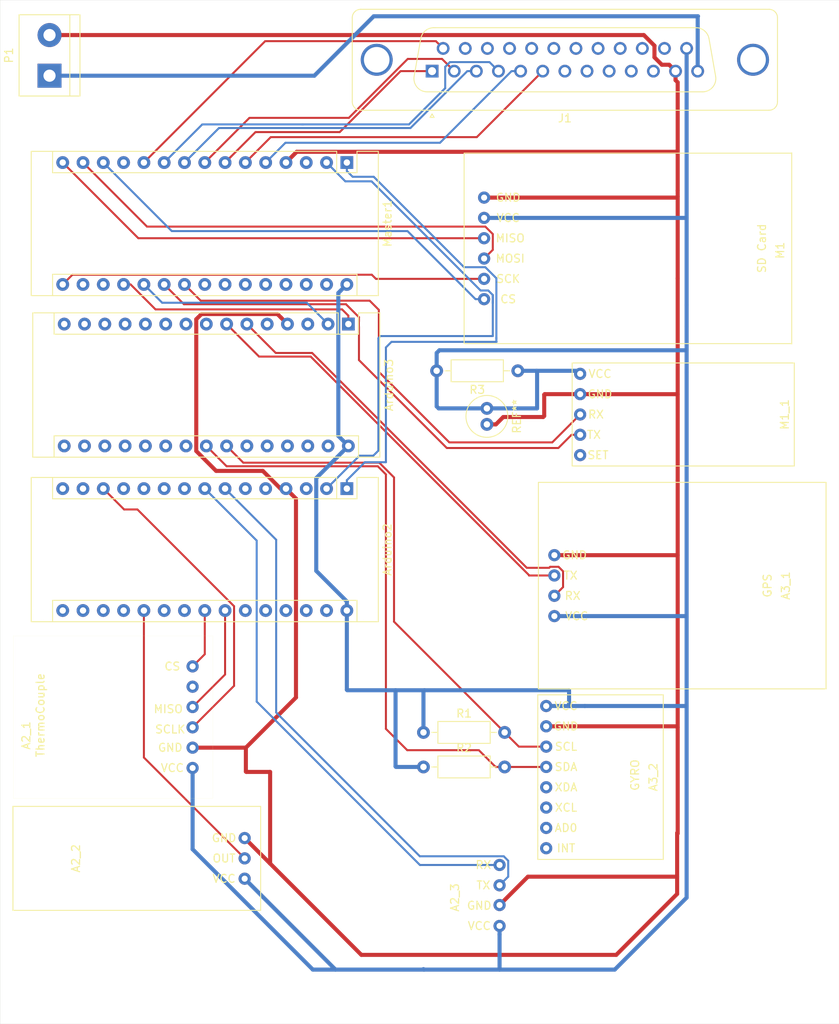
<source format=kicad_pcb>
(kicad_pcb (version 20171130) (host pcbnew "(5.1.0)-1")

  (general
    (thickness 1.6)
    (drawings 4)
    (tracks 290)
    (zones 0)
    (modules 16)
    (nets 100)
  )

  (page A4)
  (layers
    (0 F.Cu signal)
    (31 B.Cu signal)
    (33 F.Adhes user)
    (35 F.Paste user)
    (37 F.SilkS user)
    (39 F.Mask user hide)
    (40 Dwgs.User user)
    (41 Cmts.User user)
    (42 Eco1.User user)
    (43 Eco2.User user)
    (44 Edge.Cuts user)
    (45 Margin user)
    (46 B.CrtYd user)
    (47 F.CrtYd user)
    (49 F.Fab user)
  )

  (setup
    (last_trace_width 0.25)
    (user_trace_width 0.508)
    (trace_clearance 0.2)
    (zone_clearance 0.508)
    (zone_45_only no)
    (trace_min 0.2)
    (via_size 0.8)
    (via_drill 0.4)
    (via_min_size 0.4)
    (via_min_drill 0.3)
    (uvia_size 0.3)
    (uvia_drill 0.1)
    (uvias_allowed no)
    (uvia_min_size 0.2)
    (uvia_min_drill 0.1)
    (edge_width 0.05)
    (segment_width 0.2)
    (pcb_text_width 0.3)
    (pcb_text_size 1.5 1.5)
    (mod_edge_width 0.12)
    (mod_text_size 1 1)
    (mod_text_width 0.15)
    (pad_size 1.524 1.524)
    (pad_drill 0.762)
    (pad_to_mask_clearance 0.051)
    (solder_mask_min_width 0.25)
    (aux_axis_origin 0 0)
    (visible_elements 7FFDFFFF)
    (pcbplotparams
      (layerselection 0x010fc_ffffffff)
      (usegerberextensions false)
      (usegerberattributes false)
      (usegerberadvancedattributes false)
      (creategerberjobfile false)
      (excludeedgelayer true)
      (linewidth 0.100000)
      (plotframeref false)
      (viasonmask false)
      (mode 1)
      (useauxorigin false)
      (hpglpennumber 1)
      (hpglpenspeed 20)
      (hpglpendiameter 15.000000)
      (psnegative false)
      (psa4output false)
      (plotreference true)
      (plotvalue true)
      (plotinvisibletext false)
      (padsonsilk false)
      (subtractmaskfromsilk false)
      (outputformat 1)
      (mirror false)
      (drillshape 1)
      (scaleselection 1)
      (outputdirectory ""))
  )

  (net 0 "")
  (net 1 /3.3V)
  (net 2 /SCLK)
  (net 3 /MISO)
  (net 4 "Net-(A2_1-Pad5)")
  (net 5 /CS)
  (net 6 /OUT)
  (net 7 /RX)
  (net 8 /TX)
  (net 9 /SDA)
  (net 10 /SCL)
  (net 11 "Net-(A3_2-Pad5)")
  (net 12 "Net-(A3_2-Pad6)")
  (net 13 "Net-(Arduino2-Pad1)")
  (net 14 "Net-(Arduino2-Pad17)")
  (net 15 "Net-(Arduino2-Pad2)")
  (net 16 "Net-(Arduino2-Pad18)")
  (net 17 "Net-(Arduino2-Pad3)")
  (net 18 "Net-(Arduino2-Pad19)")
  (net 19 "Net-(Arduino2-Pad5)")
  (net 20 "Net-(Arduino2-Pad21)")
  (net 21 "Net-(Arduino2-Pad6)")
  (net 22 "Net-(Arduino2-Pad22)")
  (net 23 "Net-(Arduino2-Pad9)")
  (net 24 "Net-(Arduino2-Pad25)")
  (net 25 "Net-(Arduino2-Pad10)")
  (net 26 "Net-(Arduino2-Pad26)")
  (net 27 "Net-(Arduino2-Pad11)")
  (net 28 "Net-(Arduino2-Pad27)")
  (net 29 "Net-(Arduino2-Pad12)")
  (net 30 "Net-(Arduino2-Pad28)")
  (net 31 "Net-(Arduino2-Pad29)")
  (net 32 "Net-(Arduino2-Pad14)")
  (net 33 "Net-(Arduino2-Pad15)")
  (net 34 "Net-(Arduino2-Pad16)")
  (net 35 "Net-(Arduino3-Pad1)")
  (net 36 "Net-(Arduino3-Pad17)")
  (net 37 "Net-(Arduino3-Pad2)")
  (net 38 "Net-(Arduino3-Pad18)")
  (net 39 "Net-(Arduino3-Pad3)")
  (net 40 "Net-(Arduino3-Pad19)")
  (net 41 "Net-(Arduino3-Pad20)")
  (net 42 "Net-(Arduino3-Pad5)")
  (net 43 "Net-(Arduino3-Pad21)")
  (net 44 "Net-(Arduino3-Pad22)")
  (net 45 "Net-(Arduino3-Pad8)")
  (net 46 "Net-(Arduino3-Pad9)")
  (net 47 "Net-(Arduino3-Pad25)")
  (net 48 "Net-(Arduino3-Pad10)")
  (net 49 "Net-(Arduino3-Pad26)")
  (net 50 "Net-(Arduino3-Pad11)")
  (net 51 "Net-(Arduino3-Pad27)")
  (net 52 "Net-(Arduino3-Pad12)")
  (net 53 "Net-(Arduino3-Pad28)")
  (net 54 "Net-(Arduino3-Pad13)")
  (net 55 "Net-(Arduino3-Pad29)")
  (net 56 "Net-(Arduino3-Pad14)")
  (net 57 "Net-(Arduino3-Pad15)")
  (net 58 "Net-(Arduino3-Pad16)")
  (net 59 "Net-(J1-Pad1)")
  (net 60 "Net-(J1-Pad2)")
  (net 61 "Net-(J1-Pad3)")
  (net 62 "Net-(J1-Pad4)")
  (net 63 "Net-(J1-Pad5)")
  (net 64 "Net-(J1-Pad6)")
  (net 65 "Net-(J1-Pad7)")
  (net 66 "Net-(J1-Pad8)")
  (net 67 "Net-(J1-Pad9)")
  (net 68 "Net-(J1-Pad10)")
  (net 69 "Net-(J1-Pad11)")
  (net 70 "Net-(J1-Pad14)")
  (net 71 "Net-(J1-Pad15)")
  (net 72 "Net-(J1-Pad16)")
  (net 73 "Net-(J1-Pad17)")
  (net 74 "Net-(J1-Pad18)")
  (net 75 "Net-(J1-Pad19)")
  (net 76 "Net-(J1-Pad20)")
  (net 77 "Net-(J1-Pad21)")
  (net 78 "Net-(J1-Pad22)")
  (net 79 "Net-(J1-Pad23)")
  (net 80 "Net-(J1-Pad24)")
  (net 81 /MOSI)
  (net 82 /SCK)
  (net 83 "Net-(M1_1-Pad5)")
  (net 84 "Net-(Master1-Pad29)")
  (net 85 "Net-(Master1-Pad28)")
  (net 86 "Net-(Master1-Pad12)")
  (net 87 "Net-(Master1-Pad27)")
  (net 88 "Net-(Master1-Pad26)")
  (net 89 "Net-(Master1-Pad25)")
  (net 90 "Net-(Master1-Pad24)")
  (net 91 "Net-(Master1-Pad23)")
  (net 92 "Net-(Master1-Pad3)")
  (net 93 "Net-(Master1-Pad18)")
  (net 94 "Net-(Master1-Pad17)")
  (net 95 /CS_)
  (net 96 /MISO_)
  (net 97 /TX_3)
  (net 98 /RX_3)
  (net 99 /GND)

  (net_class Default "This is the default net class."
    (clearance 0.2)
    (trace_width 0.25)
    (via_dia 0.8)
    (via_drill 0.4)
    (uvia_dia 0.3)
    (uvia_drill 0.1)
    (add_net /3.3V)
    (add_net /CS)
    (add_net /CS_)
    (add_net /GND)
    (add_net /MISO)
    (add_net /MISO_)
    (add_net /MOSI)
    (add_net /OUT)
    (add_net /RX)
    (add_net /RX_3)
    (add_net /SCK)
    (add_net /SCL)
    (add_net /SCLK)
    (add_net /SDA)
    (add_net /TX)
    (add_net /TX_3)
    (add_net "Net-(A2_1-Pad5)")
    (add_net "Net-(A3_2-Pad5)")
    (add_net "Net-(A3_2-Pad6)")
    (add_net "Net-(Arduino2-Pad1)")
    (add_net "Net-(Arduino2-Pad10)")
    (add_net "Net-(Arduino2-Pad11)")
    (add_net "Net-(Arduino2-Pad12)")
    (add_net "Net-(Arduino2-Pad14)")
    (add_net "Net-(Arduino2-Pad15)")
    (add_net "Net-(Arduino2-Pad16)")
    (add_net "Net-(Arduino2-Pad17)")
    (add_net "Net-(Arduino2-Pad18)")
    (add_net "Net-(Arduino2-Pad19)")
    (add_net "Net-(Arduino2-Pad2)")
    (add_net "Net-(Arduino2-Pad21)")
    (add_net "Net-(Arduino2-Pad22)")
    (add_net "Net-(Arduino2-Pad25)")
    (add_net "Net-(Arduino2-Pad26)")
    (add_net "Net-(Arduino2-Pad27)")
    (add_net "Net-(Arduino2-Pad28)")
    (add_net "Net-(Arduino2-Pad29)")
    (add_net "Net-(Arduino2-Pad3)")
    (add_net "Net-(Arduino2-Pad5)")
    (add_net "Net-(Arduino2-Pad6)")
    (add_net "Net-(Arduino2-Pad9)")
    (add_net "Net-(Arduino3-Pad1)")
    (add_net "Net-(Arduino3-Pad10)")
    (add_net "Net-(Arduino3-Pad11)")
    (add_net "Net-(Arduino3-Pad12)")
    (add_net "Net-(Arduino3-Pad13)")
    (add_net "Net-(Arduino3-Pad14)")
    (add_net "Net-(Arduino3-Pad15)")
    (add_net "Net-(Arduino3-Pad16)")
    (add_net "Net-(Arduino3-Pad17)")
    (add_net "Net-(Arduino3-Pad18)")
    (add_net "Net-(Arduino3-Pad19)")
    (add_net "Net-(Arduino3-Pad2)")
    (add_net "Net-(Arduino3-Pad20)")
    (add_net "Net-(Arduino3-Pad21)")
    (add_net "Net-(Arduino3-Pad22)")
    (add_net "Net-(Arduino3-Pad25)")
    (add_net "Net-(Arduino3-Pad26)")
    (add_net "Net-(Arduino3-Pad27)")
    (add_net "Net-(Arduino3-Pad28)")
    (add_net "Net-(Arduino3-Pad29)")
    (add_net "Net-(Arduino3-Pad3)")
    (add_net "Net-(Arduino3-Pad5)")
    (add_net "Net-(Arduino3-Pad8)")
    (add_net "Net-(Arduino3-Pad9)")
    (add_net "Net-(J1-Pad1)")
    (add_net "Net-(J1-Pad10)")
    (add_net "Net-(J1-Pad11)")
    (add_net "Net-(J1-Pad14)")
    (add_net "Net-(J1-Pad15)")
    (add_net "Net-(J1-Pad16)")
    (add_net "Net-(J1-Pad17)")
    (add_net "Net-(J1-Pad18)")
    (add_net "Net-(J1-Pad19)")
    (add_net "Net-(J1-Pad2)")
    (add_net "Net-(J1-Pad20)")
    (add_net "Net-(J1-Pad21)")
    (add_net "Net-(J1-Pad22)")
    (add_net "Net-(J1-Pad23)")
    (add_net "Net-(J1-Pad24)")
    (add_net "Net-(J1-Pad3)")
    (add_net "Net-(J1-Pad4)")
    (add_net "Net-(J1-Pad5)")
    (add_net "Net-(J1-Pad6)")
    (add_net "Net-(J1-Pad7)")
    (add_net "Net-(J1-Pad8)")
    (add_net "Net-(J1-Pad9)")
    (add_net "Net-(M1_1-Pad5)")
    (add_net "Net-(Master1-Pad12)")
    (add_net "Net-(Master1-Pad17)")
    (add_net "Net-(Master1-Pad18)")
    (add_net "Net-(Master1-Pad23)")
    (add_net "Net-(Master1-Pad24)")
    (add_net "Net-(Master1-Pad25)")
    (add_net "Net-(Master1-Pad26)")
    (add_net "Net-(Master1-Pad27)")
    (add_net "Net-(Master1-Pad28)")
    (add_net "Net-(Master1-Pad29)")
    (add_net "Net-(Master1-Pad3)")
  )

  (module Capacitor_THT:C_Radial_D5.0mm_H11.0mm_P2.00mm (layer F.Cu) (tedit 5CE912A8) (tstamp 5CE95577)
    (at 127.762 71.628 270)
    (descr "C, Radial series, Radial, pin pitch=2.00mm, diameter=5mm, height=11mm, Non-Polar Electrolytic Capacitor")
    (tags "C Radial series Radial pin pitch 2.00mm diameter 5mm height 11mm Non-Polar Electrolytic Capacitor")
    (fp_text reference REF** (at 1 -3.75 270) (layer F.SilkS)
      (effects (font (size 1 1) (thickness 0.15)))
    )
    (fp_text value C_Radial_D5.0mm_H11.0mm_P2.00mm (at 1 3.75 270) (layer F.Fab)
      (effects (font (size 1 1) (thickness 0.15)))
    )
    (fp_text user %R (at 1 0 90) (layer F.Fab)
      (effects (font (size 1 1) (thickness 0.15)))
    )
    (fp_circle (center 1 0) (end 3.75 0) (layer F.CrtYd) (width 0.05))
    (fp_circle (center 1 0) (end 3.62 0) (layer F.SilkS) (width 0.12))
    (fp_circle (center 1 0) (end 3.5 0) (layer F.Fab) (width 0.1))
    (pad 2 thru_hole circle (at 2 0 270) (size 1.6 1.6) (drill 0.8) (layers *.Cu *.Mask)
      (net 99 /GND))
    (pad 1 thru_hole circle (at 0 0 270) (size 1.6 1.6) (drill 0.8) (layers *.Cu *.Mask)
      (net 1 /3.3V))
    (model ${KISYS3DMOD}/Capacitor_THT.3dshapes/C_Radial_D5.0mm_H11.0mm_P2.00mm.wrl
      (at (xyz 0 0 0))
      (scale (xyz 1 1 1))
      (rotate (xyz 0 0 0))
    )
  )

  (module Resistor_THT:R_Axial_DIN0207_L6.3mm_D2.5mm_P10.16mm_Horizontal (layer F.Cu) (tedit 5CE90D24) (tstamp 5CE949AD)
    (at 131.6355 66.929 180)
    (descr "Resistor, Axial_DIN0207 series, Axial, Horizontal, pin pitch=10.16mm, 0.25W = 1/4W, length*diameter=6.3*2.5mm^2, http://cdn-reichelt.de/documents/datenblatt/B400/1_4W%23YAG.pdf")
    (tags "Resistor Axial_DIN0207 series Axial Horizontal pin pitch 10.16mm 0.25W = 1/4W length 6.3mm diameter 2.5mm")
    (path /5CB86E2B)
    (fp_text reference R3 (at 5.08 -2.37 180) (layer F.SilkS)
      (effects (font (size 1 1) (thickness 0.15)))
    )
    (fp_text value "10K Ohms" (at 5.08 2.37 180) (layer F.Fab)
      (effects (font (size 1 1) (thickness 0.15)))
    )
    (fp_text user R3 (at 5.08 0 180) (layer F.Fab)
      (effects (font (size 1 1) (thickness 0.15)))
    )
    (fp_line (start 11.21 -1.5) (end -1.05 -1.5) (layer F.CrtYd) (width 0.05))
    (fp_line (start 11.21 1.5) (end 11.21 -1.5) (layer F.CrtYd) (width 0.05))
    (fp_line (start -1.05 1.5) (end 11.21 1.5) (layer F.CrtYd) (width 0.05))
    (fp_line (start -1.05 -1.5) (end -1.05 1.5) (layer F.CrtYd) (width 0.05))
    (fp_line (start 9.12 0) (end 8.35 0) (layer F.SilkS) (width 0.12))
    (fp_line (start 1.04 0) (end 1.81 0) (layer F.SilkS) (width 0.12))
    (fp_line (start 8.35 -1.37) (end 1.81 -1.37) (layer F.SilkS) (width 0.12))
    (fp_line (start 8.35 1.37) (end 8.35 -1.37) (layer F.SilkS) (width 0.12))
    (fp_line (start 1.81 1.37) (end 8.35 1.37) (layer F.SilkS) (width 0.12))
    (fp_line (start 1.81 -1.37) (end 1.81 1.37) (layer F.SilkS) (width 0.12))
    (fp_line (start 10.16 0) (end 8.23 0) (layer F.Fab) (width 0.1))
    (fp_line (start 0 0) (end 1.93 0) (layer F.Fab) (width 0.1))
    (fp_line (start 8.23 -1.25) (end 1.93 -1.25) (layer F.Fab) (width 0.1))
    (fp_line (start 8.23 1.25) (end 8.23 -1.25) (layer F.Fab) (width 0.1))
    (fp_line (start 1.93 1.25) (end 8.23 1.25) (layer F.Fab) (width 0.1))
    (fp_line (start 1.93 -1.25) (end 1.93 1.25) (layer F.Fab) (width 0.1))
    (pad 2 thru_hole oval (at 10.16 0 180) (size 1.6 1.6) (drill 0.8) (layers *.Cu *.Mask)
      (net 1 /3.3V))
    (pad 1 thru_hole circle (at 0 0 180) (size 1.6 1.6) (drill 0.8) (layers *.Cu *.Mask)
      (net 1 /3.3V))
    (model ${KISYS3DMOD}/Resistor_THT.3dshapes/R_Axial_DIN0207_L6.3mm_D2.5mm_P10.16mm_Horizontal.wrl
      (at (xyz 0 0 0))
      (scale (xyz 1 1 1))
      (rotate (xyz 0 0 0))
    )
  )

  (module Eco-PCB-Sensor-Footprints:SD-CARD (layer F.Cu) (tedit 5CD18852) (tstamp 5CDEEA04)
    (at 145.415 51.6255 270)
    (path /5CAA2655)
    (fp_text reference M1 (at 0.254 -19.05 270) (layer F.SilkS)
      (effects (font (size 1 1) (thickness 0.15)))
    )
    (fp_text value "SD Card" (at 0 -16.764 270) (layer F.SilkS)
      (effects (font (size 1 1) (thickness 0.15)))
    )
    (fp_line (start 11.905 20.5) (end 11.905 -20.5) (layer F.SilkS) (width 0.12))
    (fp_line (start -11.905 20.5) (end -11.905 -20.5) (layer F.SilkS) (width 0.12))
    (fp_line (start 11.905 20.5) (end -11.905 20.5) (layer F.SilkS) (width 0.12))
    (fp_line (start 11.95 -20.5) (end -11.95 -20.5) (layer F.SilkS) (width 0.12))
    (fp_text user GND (at -6.35 14.986) (layer F.SilkS)
      (effects (font (size 1 1) (thickness 0.15)))
    )
    (fp_text user VCC (at -3.81 14.986) (layer F.SilkS)
      (effects (font (size 1 1) (thickness 0.15)))
    )
    (fp_text user MISO (at -1.27 14.732) (layer F.SilkS)
      (effects (font (size 1 1) (thickness 0.15)))
    )
    (fp_text user MOSI (at 1.27 14.732) (layer F.SilkS)
      (effects (font (size 1 1) (thickness 0.15)))
    )
    (fp_text user SCK (at 3.81 14.986) (layer F.SilkS)
      (effects (font (size 1 1) (thickness 0.15)))
    )
    (fp_text user CS (at 6.35 14.986) (layer F.SilkS)
      (effects (font (size 1 1) (thickness 0.15)))
    )
    (pad 1 thru_hole circle (at -6.35 18 270) (size 1.524 1.524) (drill 0.762) (layers *.Cu *.Mask)
      (net 99 /GND))
    (pad 2 thru_hole circle (at -3.81 18 270) (size 1.524 1.524) (drill 0.762) (layers *.Cu *.Mask)
      (net 1 /3.3V))
    (pad 3 thru_hole circle (at -1.27 18 270) (size 1.524 1.524) (drill 0.762) (layers *.Cu *.Mask)
      (net 96 /MISO_))
    (pad 4 thru_hole circle (at 1.27 18) (size 1.524 1.524) (drill 0.762) (layers *.Cu *.Mask)
      (net 81 /MOSI))
    (pad 5 thru_hole circle (at 3.81 18 270) (size 1.524 1.524) (drill 0.762) (layers *.Cu *.Mask)
      (net 82 /SCK))
    (pad 6 thru_hole circle (at 6.35 18 270) (size 1.524 1.524) (drill 0.762) (layers *.Cu *.Mask)
      (net 95 /CS_))
  )

  (module Eco-PCB-Sensor-Footprints:BMS_Serial_Pins (layer F.Cu) (tedit 5CD45978) (tstamp 5CDFF281)
    (at 129.3495 132.5245 90)
    (path /5CE68E32)
    (fp_text reference A2_3 (at -0.254 -5.588 90) (layer F.SilkS)
      (effects (font (size 1 1) (thickness 0.15)))
    )
    (fp_text value "BMS Serial Pins" (at 0 2.032 90) (layer F.Fab)
      (effects (font (size 1 1) (thickness 0.15)))
    )
    (fp_text user RX (at 3.81 -2.032 180) (layer F.SilkS)
      (effects (font (size 1 1) (thickness 0.15)))
    )
    (fp_text user TX (at 1.27 -2.032 180) (layer F.SilkS)
      (effects (font (size 1 1) (thickness 0.15)))
    )
    (fp_text user GND (at -1.27 -2.54 180) (layer F.SilkS)
      (effects (font (size 1 1) (thickness 0.15)))
    )
    (fp_text user VCC (at -3.81 -2.54 180) (layer F.SilkS)
      (effects (font (size 1 1) (thickness 0.15)))
    )
    (pad 4 thru_hole circle (at 3.81 0 90) (size 1.524 1.524) (drill 0.762) (layers *.Cu *.Mask)
      (net 7 /RX))
    (pad 3 thru_hole circle (at 1.27 0 90) (size 1.524 1.524) (drill 0.762) (layers *.Cu *.Mask)
      (net 8 /TX))
    (pad 2 thru_hole circle (at -1.2 0 90) (size 1.524 1.524) (drill 0.762) (layers *.Cu *.Mask)
      (net 99 /GND))
    (pad 1 thru_hole circle (at -3.81 0 90) (size 1.524 1.524) (drill 0.762) (layers *.Cu *.Mask)
      (net 1 /3.3V))
  )

  (module Eco-PCB-Sensor-Footprints:XCSOURCE-Wireless (layer F.Cu) (tedit 5CE919D9) (tstamp 5CDEEA16)
    (at 152.3365 72.39 270)
    (path /5CD91A4A)
    (fp_text reference M1_1 (at 0 -12.7 270) (layer F.SilkS)
      (effects (font (size 1 1) (thickness 0.15)))
    )
    (fp_text value "XSOURCE Wireless" (at 0 15.494 270) (layer F.Fab)
      (effects (font (size 1 1) (thickness 0.15)))
    )
    (fp_line (start -6.44 13.9) (end 6.44 13.9) (layer F.SilkS) (width 0.12))
    (fp_line (start -6.44 -13.9) (end 6.44 -13.9) (layer F.SilkS) (width 0.12))
    (fp_line (start -6.44 13.9) (end -6.44 -13.9) (layer F.SilkS) (width 0.12))
    (fp_line (start 6.44 13.9) (end 6.44 -13.9) (layer F.SilkS) (width 0.12))
    (fp_text user VCC (at -5.08 10.414) (layer F.SilkS)
      (effects (font (size 1 1) (thickness 0.15)))
    )
    (fp_text user GND (at -2.54 10.414) (layer F.SilkS)
      (effects (font (size 1 1) (thickness 0.15)))
    )
    (fp_text user RX (at 0 10.922) (layer F.SilkS)
      (effects (font (size 1 1) (thickness 0.15)))
    )
    (fp_text user TX (at 2.54 11.176) (layer F.SilkS)
      (effects (font (size 1 1) (thickness 0.15)))
    )
    (fp_text user SET (at 5.08 10.668) (layer F.SilkS)
      (effects (font (size 1 1) (thickness 0.15)))
    )
    (pad 1 thru_hole circle (at -5.08 12.9 270) (size 1.524 1.524) (drill 0.762) (layers *.Cu *.Mask)
      (net 1 /3.3V))
    (pad 2 thru_hole circle (at -2.54 12.9 270) (size 1.524 1.524) (drill 0.762) (layers *.Cu *.Mask)
      (net 99 /GND))
    (pad 3 thru_hole circle (at 0 12.9 270) (size 1.524 1.524) (drill 0.762) (layers *.Cu *.Mask)
      (net 98 /RX_3))
    (pad 4 thru_hole circle (at 2.54 12.9 270) (size 1.524 1.524) (drill 0.762) (layers *.Cu *.Mask)
      (net 97 /TX_3))
    (pad 5 thru_hole circle (at 5.08 12.9 270) (size 1.524 1.524) (drill 0.762) (layers *.Cu *.Mask)
      (net 83 "Net-(M1_1-Pad5)"))
  )

  (module Resistor_THT:R_Axial_DIN0207_L6.3mm_D2.5mm_P10.16mm_Horizontal (layer F.Cu) (tedit 5AE5139B) (tstamp 5CDEEA6E)
    (at 119.8245 112.141)
    (descr "Resistor, Axial_DIN0207 series, Axial, Horizontal, pin pitch=10.16mm, 0.25W = 1/4W, length*diameter=6.3*2.5mm^2, http://cdn-reichelt.de/documents/datenblatt/B400/1_4W%23YAG.pdf")
    (tags "Resistor Axial_DIN0207 series Axial Horizontal pin pitch 10.16mm 0.25W = 1/4W length 6.3mm diameter 2.5mm")
    (path /5CB86E2B)
    (fp_text reference R1 (at 5.08 -2.37) (layer F.SilkS)
      (effects (font (size 1 1) (thickness 0.15)))
    )
    (fp_text value "10K Ohms" (at 5.08 2.37) (layer F.Fab)
      (effects (font (size 1 1) (thickness 0.15)))
    )
    (fp_line (start 1.93 -1.25) (end 1.93 1.25) (layer F.Fab) (width 0.1))
    (fp_line (start 1.93 1.25) (end 8.23 1.25) (layer F.Fab) (width 0.1))
    (fp_line (start 8.23 1.25) (end 8.23 -1.25) (layer F.Fab) (width 0.1))
    (fp_line (start 8.23 -1.25) (end 1.93 -1.25) (layer F.Fab) (width 0.1))
    (fp_line (start 0 0) (end 1.93 0) (layer F.Fab) (width 0.1))
    (fp_line (start 10.16 0) (end 8.23 0) (layer F.Fab) (width 0.1))
    (fp_line (start 1.81 -1.37) (end 1.81 1.37) (layer F.SilkS) (width 0.12))
    (fp_line (start 1.81 1.37) (end 8.35 1.37) (layer F.SilkS) (width 0.12))
    (fp_line (start 8.35 1.37) (end 8.35 -1.37) (layer F.SilkS) (width 0.12))
    (fp_line (start 8.35 -1.37) (end 1.81 -1.37) (layer F.SilkS) (width 0.12))
    (fp_line (start 1.04 0) (end 1.81 0) (layer F.SilkS) (width 0.12))
    (fp_line (start 9.12 0) (end 8.35 0) (layer F.SilkS) (width 0.12))
    (fp_line (start -1.05 -1.5) (end -1.05 1.5) (layer F.CrtYd) (width 0.05))
    (fp_line (start -1.05 1.5) (end 11.21 1.5) (layer F.CrtYd) (width 0.05))
    (fp_line (start 11.21 1.5) (end 11.21 -1.5) (layer F.CrtYd) (width 0.05))
    (fp_line (start 11.21 -1.5) (end -1.05 -1.5) (layer F.CrtYd) (width 0.05))
    (fp_text user %R (at 5.08 0) (layer F.Fab)
      (effects (font (size 1 1) (thickness 0.15)))
    )
    (pad 1 thru_hole circle (at 0 0) (size 1.6 1.6) (drill 0.8) (layers *.Cu *.Mask)
      (net 1 /3.3V))
    (pad 2 thru_hole oval (at 10.16 0) (size 1.6 1.6) (drill 0.8) (layers *.Cu *.Mask)
      (net 9 /SDA))
    (model ${KISYS3DMOD}/Resistor_THT.3dshapes/R_Axial_DIN0207_L6.3mm_D2.5mm_P10.16mm_Horizontal.wrl
      (at (xyz 0 0 0))
      (scale (xyz 1 1 1))
      (rotate (xyz 0 0 0))
    )
  )

  (module Resistor_THT:R_Axial_DIN0207_L6.3mm_D2.5mm_P10.16mm_Horizontal (layer F.Cu) (tedit 5AE5139B) (tstamp 5CDEEA85)
    (at 119.8245 116.459)
    (descr "Resistor, Axial_DIN0207 series, Axial, Horizontal, pin pitch=10.16mm, 0.25W = 1/4W, length*diameter=6.3*2.5mm^2, http://cdn-reichelt.de/documents/datenblatt/B400/1_4W%23YAG.pdf")
    (tags "Resistor Axial_DIN0207 series Axial Horizontal pin pitch 10.16mm 0.25W = 1/4W length 6.3mm diameter 2.5mm")
    (path /5CD11EFC)
    (fp_text reference R2 (at 5.08 -2.37) (layer F.SilkS)
      (effects (font (size 1 1) (thickness 0.15)))
    )
    (fp_text value "10K Ohms" (at 5.08 2.37) (layer F.Fab)
      (effects (font (size 1 1) (thickness 0.15)))
    )
    (fp_text user %R (at 5.08 0) (layer F.Fab)
      (effects (font (size 1 1) (thickness 0.15)))
    )
    (fp_line (start 11.21 -1.5) (end -1.05 -1.5) (layer F.CrtYd) (width 0.05))
    (fp_line (start 11.21 1.5) (end 11.21 -1.5) (layer F.CrtYd) (width 0.05))
    (fp_line (start -1.05 1.5) (end 11.21 1.5) (layer F.CrtYd) (width 0.05))
    (fp_line (start -1.05 -1.5) (end -1.05 1.5) (layer F.CrtYd) (width 0.05))
    (fp_line (start 9.12 0) (end 8.35 0) (layer F.SilkS) (width 0.12))
    (fp_line (start 1.04 0) (end 1.81 0) (layer F.SilkS) (width 0.12))
    (fp_line (start 8.35 -1.37) (end 1.81 -1.37) (layer F.SilkS) (width 0.12))
    (fp_line (start 8.35 1.37) (end 8.35 -1.37) (layer F.SilkS) (width 0.12))
    (fp_line (start 1.81 1.37) (end 8.35 1.37) (layer F.SilkS) (width 0.12))
    (fp_line (start 1.81 -1.37) (end 1.81 1.37) (layer F.SilkS) (width 0.12))
    (fp_line (start 10.16 0) (end 8.23 0) (layer F.Fab) (width 0.1))
    (fp_line (start 0 0) (end 1.93 0) (layer F.Fab) (width 0.1))
    (fp_line (start 8.23 -1.25) (end 1.93 -1.25) (layer F.Fab) (width 0.1))
    (fp_line (start 8.23 1.25) (end 8.23 -1.25) (layer F.Fab) (width 0.1))
    (fp_line (start 1.93 1.25) (end 8.23 1.25) (layer F.Fab) (width 0.1))
    (fp_line (start 1.93 -1.25) (end 1.93 1.25) (layer F.Fab) (width 0.1))
    (pad 2 thru_hole oval (at 10.16 0) (size 1.6 1.6) (drill 0.8) (layers *.Cu *.Mask)
      (net 10 /SCL))
    (pad 1 thru_hole circle (at 0 0) (size 1.6 1.6) (drill 0.8) (layers *.Cu *.Mask)
      (net 1 /3.3V))
    (model ${KISYS3DMOD}/Resistor_THT.3dshapes/R_Axial_DIN0207_L6.3mm_D2.5mm_P10.16mm_Horizontal.wrl
      (at (xyz 0 0 0))
      (scale (xyz 1 1 1))
      (rotate (xyz 0 0 0))
    )
  )

  (module Eco-PCB-Sensor-Footprints:Current-Sensor (layer F.Cu) (tedit 5CD19194) (tstamp 5CDEE8F3)
    (at 83.947 127.889 90)
    (path /5CA8F0C8)
    (fp_text reference A2_2 (at 0 -7.62 90) (layer F.SilkS)
      (effects (font (size 1 1) (thickness 0.15)))
    )
    (fp_text value "Current Sensor" (at 0 -5.588 90) (layer F.Fab)
      (effects (font (size 1 1) (thickness 0.15)))
    )
    (fp_line (start 6.5 15.5) (end -6.5 15.5) (layer F.SilkS) (width 0.12))
    (fp_line (start 6.5 -15.5) (end -6.5 -15.5) (layer F.SilkS) (width 0.12))
    (fp_line (start -6.5 15.5) (end -6.5 -15.5) (layer F.SilkS) (width 0.12))
    (fp_line (start 6.5 15.5) (end 6.5 -15.5) (layer F.SilkS) (width 0.12))
    (fp_text user VCC (at -2.54 10.922 -180) (layer F.SilkS)
      (effects (font (size 1 1) (thickness 0.15)))
    )
    (fp_text user OUT (at 0 10.922 -180) (layer F.SilkS)
      (effects (font (size 1 1) (thickness 0.15)))
    )
    (fp_text user GND (at 2.54 10.922 -180) (layer F.SilkS)
      (effects (font (size 1 1) (thickness 0.15)))
    )
    (pad 2 thru_hole circle (at 0 13.5 90) (size 1.524 1.524) (drill 0.762) (layers *.Cu *.Mask)
      (net 6 /OUT))
    (pad 1 thru_hole circle (at -2.54 13.5 90) (size 1.524 1.524) (drill 0.762) (layers *.Cu *.Mask)
      (net 1 /3.3V))
    (pad 3 thru_hole circle (at 2.54 13.5 90) (size 1.524 1.524) (drill 0.762) (layers *.Cu *.Mask)
      (net 99 /GND))
  )

  (module Connector_Dsub:DSUB-25_Female_Vertical_P2.77x2.84mm_MountingHoles (layer F.Cu) (tedit 5CE29548) (tstamp 5CDEE9F0)
    (at 120.904 29.464 180)
    (descr "25-pin D-Sub connector, straight/vertical, THT-mount, female, pitch 2.77x2.84mm, distance of mounting holes 47.1mm, see https://disti-assets.s3.amazonaws.com/tonar/files/datasheets/16730.pdf")
    (tags "25-pin D-Sub connector straight vertical THT female pitch 2.77x2.84mm mounting holes distance 47.1mm")
    (path /5CA9A25D)
    (fp_text reference J1 (at -16.62 -5.89 180) (layer F.SilkS)
      (effects (font (size 1 1) (thickness 0.15)))
    )
    (fp_text value DB25_Female (at -16.62 8.73 180) (layer F.Fab)
      (effects (font (size 1 1) (thickness 0.15)))
    )
    (fp_arc (start -42.17 -3.83) (end -43.17 -3.83) (angle 90) (layer F.Fab) (width 0.1))
    (fp_arc (start 8.93 -3.83) (end 8.93 -4.83) (angle 90) (layer F.Fab) (width 0.1))
    (fp_arc (start -42.17 6.67) (end -43.17 6.67) (angle -90) (layer F.Fab) (width 0.1))
    (fp_arc (start 8.93 6.67) (end 9.93 6.67) (angle 90) (layer F.Fab) (width 0.1))
    (fp_arc (start -42.17 -3.83) (end -43.23 -3.83) (angle 90) (layer F.SilkS) (width 0.12))
    (fp_arc (start 8.93 -3.83) (end 8.93 -4.89) (angle 90) (layer F.SilkS) (width 0.12))
    (fp_arc (start -42.17 6.67) (end -43.23 6.67) (angle -90) (layer F.SilkS) (width 0.12))
    (fp_arc (start 8.93 6.67) (end 9.99 6.67) (angle 90) (layer F.SilkS) (width 0.12))
    (fp_arc (start -33.863194 -0.93) (end -33.863194 -2.53) (angle -100) (layer F.Fab) (width 0.1))
    (fp_arc (start 0.623194 -0.93) (end 0.623194 -2.53) (angle 100) (layer F.Fab) (width 0.1))
    (fp_arc (start -33.034457 3.77) (end -33.034457 5.37) (angle 80) (layer F.Fab) (width 0.1))
    (fp_arc (start -0.205543 3.77) (end -0.205543 5.37) (angle -80) (layer F.Fab) (width 0.1))
    (fp_arc (start -33.851689 -0.93) (end -33.851689 -2.59) (angle -100) (layer F.SilkS) (width 0.12))
    (fp_arc (start 0.611689 -0.93) (end 0.611689 -2.59) (angle 100) (layer F.SilkS) (width 0.12))
    (fp_arc (start -33.022952 3.77) (end -33.022952 5.43) (angle 80) (layer F.SilkS) (width 0.12))
    (fp_arc (start -0.217048 3.77) (end -0.217048 5.43) (angle -80) (layer F.SilkS) (width 0.12))
    (fp_line (start -42.17 -4.83) (end 8.93 -4.83) (layer F.Fab) (width 0.1))
    (fp_line (start 9.93 -3.83) (end 9.93 6.67) (layer F.Fab) (width 0.1))
    (fp_line (start 8.93 7.67) (end -42.17 7.67) (layer F.Fab) (width 0.1))
    (fp_line (start -43.17 6.67) (end -43.17 -3.83) (layer F.Fab) (width 0.1))
    (fp_line (start -42.17 -4.89) (end 8.93 -4.89) (layer F.SilkS) (width 0.12))
    (fp_line (start 9.99 -3.83) (end 9.99 6.67) (layer F.SilkS) (width 0.12))
    (fp_line (start 8.93 7.73) (end -42.17 7.73) (layer F.SilkS) (width 0.12))
    (fp_line (start -43.23 6.67) (end -43.23 -3.83) (layer F.SilkS) (width 0.12))
    (fp_line (start -0.25 -5.784338) (end 0.25 -5.784338) (layer F.SilkS) (width 0.12))
    (fp_line (start 0.25 -5.784338) (end 0 -5.351325) (layer F.SilkS) (width 0.12))
    (fp_line (start 0 -5.351325) (end -0.25 -5.784338) (layer F.SilkS) (width 0.12))
    (fp_line (start -33.863194 -2.53) (end 0.623194 -2.53) (layer F.Fab) (width 0.1))
    (fp_line (start -33.034457 5.37) (end -0.205543 5.37) (layer F.Fab) (width 0.1))
    (fp_line (start 2.198887 -0.652163) (end 1.37015 4.047837) (layer F.Fab) (width 0.1))
    (fp_line (start -35.438887 -0.652163) (end -34.61015 4.047837) (layer F.Fab) (width 0.1))
    (fp_line (start -33.851689 -2.59) (end 0.611689 -2.59) (layer F.SilkS) (width 0.12))
    (fp_line (start -33.022952 5.43) (end -0.217048 5.43) (layer F.SilkS) (width 0.12))
    (fp_line (start 2.24647 -0.641744) (end 1.417733 4.058256) (layer F.SilkS) (width 0.12))
    (fp_line (start -35.48647 -0.641744) (end -34.657733 4.058256) (layer F.SilkS) (width 0.12))
    (fp_line (start -43.7 -5.35) (end -43.7 8.2) (layer F.CrtYd) (width 0.05))
    (fp_line (start -43.7 8.2) (end 10.45 8.2) (layer F.CrtYd) (width 0.05))
    (fp_line (start 10.45 8.2) (end 10.45 -5.35) (layer F.CrtYd) (width 0.05))
    (fp_line (start 10.45 -5.35) (end -43.7 -5.35) (layer F.CrtYd) (width 0.05))
    (fp_text user %R (at -16.62 1.42 180) (layer F.Fab)
      (effects (font (size 1 1) (thickness 0.15)))
    )
    (pad 1 thru_hole rect (at 0 0 180) (size 1.6 1.6) (drill 1) (layers *.Cu *.Mask)
      (net 59 "Net-(J1-Pad1)"))
    (pad 2 thru_hole circle (at -2.77 0 180) (size 1.6 1.6) (drill 1) (layers *.Cu *.Mask)
      (net 60 "Net-(J1-Pad2)"))
    (pad 3 thru_hole circle (at -5.54 0 180) (size 1.6 1.6) (drill 1) (layers *.Cu *.Mask)
      (net 61 "Net-(J1-Pad3)"))
    (pad 4 thru_hole circle (at -8.31 0 180) (size 1.6 1.6) (drill 1) (layers *.Cu *.Mask)
      (net 62 "Net-(J1-Pad4)"))
    (pad 5 thru_hole circle (at -11.08 0 180) (size 1.6 1.6) (drill 1) (layers *.Cu *.Mask)
      (net 63 "Net-(J1-Pad5)"))
    (pad 6 thru_hole circle (at -13.85 0 180) (size 1.6 1.6) (drill 1) (layers *.Cu *.Mask)
      (net 64 "Net-(J1-Pad6)"))
    (pad 7 thru_hole circle (at -16.62 0 180) (size 1.6 1.6) (drill 1) (layers *.Cu *.Mask)
      (net 65 "Net-(J1-Pad7)"))
    (pad 8 thru_hole circle (at -19.39 0 180) (size 1.6 1.6) (drill 1) (layers *.Cu *.Mask)
      (net 66 "Net-(J1-Pad8)"))
    (pad 9 thru_hole circle (at -22.16 0 180) (size 1.6 1.6) (drill 1) (layers *.Cu *.Mask)
      (net 67 "Net-(J1-Pad9)"))
    (pad 10 thru_hole circle (at -24.93 0 180) (size 1.6 1.6) (drill 1) (layers *.Cu *.Mask)
      (net 68 "Net-(J1-Pad10)"))
    (pad 11 thru_hole circle (at -27.7 0 180) (size 1.6 1.6) (drill 1) (layers *.Cu *.Mask)
      (net 69 "Net-(J1-Pad11)"))
    (pad 12 thru_hole circle (at -30.47 0 180) (size 1.6 1.6) (drill 1) (layers *.Cu *.Mask)
      (net 99 /GND))
    (pad 13 thru_hole circle (at -33.24 0 180) (size 1.6 1.6) (drill 1) (layers *.Cu *.Mask)
      (net 1 /3.3V))
    (pad 14 thru_hole circle (at -1.385 2.84 180) (size 1.6 1.6) (drill 1) (layers *.Cu *.Mask)
      (net 70 "Net-(J1-Pad14)"))
    (pad 15 thru_hole circle (at -4.155 2.84 180) (size 1.6 1.6) (drill 1) (layers *.Cu *.Mask)
      (net 71 "Net-(J1-Pad15)"))
    (pad 16 thru_hole circle (at -6.925 2.84 180) (size 1.6 1.6) (drill 1) (layers *.Cu *.Mask)
      (net 72 "Net-(J1-Pad16)"))
    (pad 17 thru_hole circle (at -9.695 2.84 180) (size 1.6 1.6) (drill 1) (layers *.Cu *.Mask)
      (net 73 "Net-(J1-Pad17)"))
    (pad 18 thru_hole circle (at -12.465 2.84 180) (size 1.6 1.6) (drill 1) (layers *.Cu *.Mask)
      (net 74 "Net-(J1-Pad18)"))
    (pad 19 thru_hole circle (at -15.235 2.84 180) (size 1.6 1.6) (drill 1) (layers *.Cu *.Mask)
      (net 75 "Net-(J1-Pad19)"))
    (pad 20 thru_hole circle (at -18.005 2.84 180) (size 1.6 1.6) (drill 1) (layers *.Cu *.Mask)
      (net 76 "Net-(J1-Pad20)"))
    (pad 21 thru_hole circle (at -20.775 2.84 180) (size 1.6 1.6) (drill 1) (layers *.Cu *.Mask)
      (net 77 "Net-(J1-Pad21)"))
    (pad 22 thru_hole circle (at -23.545 2.84 180) (size 1.6 1.6) (drill 1) (layers *.Cu *.Mask)
      (net 78 "Net-(J1-Pad22)"))
    (pad 23 thru_hole circle (at -26.315 2.84 180) (size 1.6 1.6) (drill 1) (layers *.Cu *.Mask)
      (net 79 "Net-(J1-Pad23)"))
    (pad 24 thru_hole circle (at -29.085 2.84 180) (size 1.6 1.6) (drill 1) (layers *.Cu *.Mask)
      (net 80 "Net-(J1-Pad24)"))
    (pad 25 thru_hole circle (at -31.855 2.84 180) (size 1.6 1.6) (drill 1) (layers *.Cu *.Mask)
      (net 1 /3.3V))
    (pad 0 thru_hole circle (at -40.17 1.42 180) (size 4 4) (drill 3.2) (layers *.Cu *.Mask))
    (pad 0 thru_hole circle (at 6.93 1.42 180) (size 4 4) (drill 3.2) (layers *.Cu *.Mask))
    (model ${KISYS3DMOD}/Connector_Dsub.3dshapes/DSUB-25_Female_Vertical_P2.77x2.84mm_MountingHoles.wrl
      (at (xyz 0 0 0))
      (scale (xyz 1 1 1))
      (rotate (xyz 0 0 0))
    )
  )

  (module Module:Arduino_Nano_WithMountingHoles (layer F.Cu) (tedit 58ACAF99) (tstamp 5CDEE9A9)
    (at 110.4265 61.087 270)
    (descr "Arduino Nano, http://www.mouser.com/pdfdocs/Gravitech_Arduino_Nano3_0.pdf")
    (tags "Arduino Nano")
    (path /5CA8C623)
    (fp_text reference Arduino3 (at 7.62 -5.08 270) (layer F.SilkS)
      (effects (font (size 1 1) (thickness 0.15)))
    )
    (fp_text value Arduino_Nano (at 8.89 15.24) (layer F.Fab)
      (effects (font (size 1 1) (thickness 0.15)))
    )
    (fp_text user %R (at 6.35 16.51) (layer F.Fab)
      (effects (font (size 1 1) (thickness 0.15)))
    )
    (fp_line (start 1.27 1.27) (end 1.27 -1.27) (layer F.SilkS) (width 0.12))
    (fp_line (start 1.27 -1.27) (end -1.4 -1.27) (layer F.SilkS) (width 0.12))
    (fp_line (start -1.4 1.27) (end -1.4 39.5) (layer F.SilkS) (width 0.12))
    (fp_line (start -1.4 -3.94) (end -1.4 -1.27) (layer F.SilkS) (width 0.12))
    (fp_line (start 13.97 -1.27) (end 16.64 -1.27) (layer F.SilkS) (width 0.12))
    (fp_line (start 13.97 -1.27) (end 13.97 36.83) (layer F.SilkS) (width 0.12))
    (fp_line (start 13.97 36.83) (end 16.64 36.83) (layer F.SilkS) (width 0.12))
    (fp_line (start 1.27 1.27) (end -1.4 1.27) (layer F.SilkS) (width 0.12))
    (fp_line (start 1.27 1.27) (end 1.27 36.83) (layer F.SilkS) (width 0.12))
    (fp_line (start 1.27 36.83) (end -1.4 36.83) (layer F.SilkS) (width 0.12))
    (fp_line (start 3.81 31.75) (end 11.43 31.75) (layer F.Fab) (width 0.1))
    (fp_line (start 11.43 31.75) (end 11.43 41.91) (layer F.Fab) (width 0.1))
    (fp_line (start 11.43 41.91) (end 3.81 41.91) (layer F.Fab) (width 0.1))
    (fp_line (start 3.81 41.91) (end 3.81 31.75) (layer F.Fab) (width 0.1))
    (fp_line (start -1.4 39.5) (end 16.64 39.5) (layer F.SilkS) (width 0.12))
    (fp_line (start 16.64 39.5) (end 16.64 -3.94) (layer F.SilkS) (width 0.12))
    (fp_line (start 16.64 -3.94) (end -1.4 -3.94) (layer F.SilkS) (width 0.12))
    (fp_line (start 16.51 39.37) (end -1.27 39.37) (layer F.Fab) (width 0.1))
    (fp_line (start -1.27 39.37) (end -1.27 -2.54) (layer F.Fab) (width 0.1))
    (fp_line (start -1.27 -2.54) (end 0 -3.81) (layer F.Fab) (width 0.1))
    (fp_line (start 0 -3.81) (end 16.51 -3.81) (layer F.Fab) (width 0.1))
    (fp_line (start 16.51 -3.81) (end 16.51 39.37) (layer F.Fab) (width 0.1))
    (fp_line (start -1.53 -4.06) (end 16.75 -4.06) (layer F.CrtYd) (width 0.05))
    (fp_line (start -1.53 -4.06) (end -1.53 42.16) (layer F.CrtYd) (width 0.05))
    (fp_line (start 16.75 42.16) (end 16.75 -4.06) (layer F.CrtYd) (width 0.05))
    (fp_line (start 16.75 42.16) (end -1.53 42.16) (layer F.CrtYd) (width 0.05))
    (pad 1 thru_hole rect (at 0 0 270) (size 1.6 1.6) (drill 0.8) (layers *.Cu *.Mask)
      (net 35 "Net-(Arduino3-Pad1)"))
    (pad 17 thru_hole oval (at 15.24 33.02 270) (size 1.6 1.6) (drill 0.8) (layers *.Cu *.Mask)
      (net 36 "Net-(Arduino3-Pad17)"))
    (pad 2 thru_hole oval (at 0 2.54 270) (size 1.6 1.6) (drill 0.8) (layers *.Cu *.Mask)
      (net 37 "Net-(Arduino3-Pad2)"))
    (pad 18 thru_hole oval (at 15.24 30.48 270) (size 1.6 1.6) (drill 0.8) (layers *.Cu *.Mask)
      (net 38 "Net-(Arduino3-Pad18)"))
    (pad 3 thru_hole oval (at 0 5.08 270) (size 1.6 1.6) (drill 0.8) (layers *.Cu *.Mask)
      (net 39 "Net-(Arduino3-Pad3)"))
    (pad 19 thru_hole oval (at 15.24 27.94 270) (size 1.6 1.6) (drill 0.8) (layers *.Cu *.Mask)
      (net 40 "Net-(Arduino3-Pad19)"))
    (pad 4 thru_hole oval (at 0 7.62 270) (size 1.6 1.6) (drill 0.8) (layers *.Cu *.Mask)
      (net 99 /GND))
    (pad 20 thru_hole oval (at 15.24 25.4 270) (size 1.6 1.6) (drill 0.8) (layers *.Cu *.Mask)
      (net 41 "Net-(Arduino3-Pad20)"))
    (pad 5 thru_hole oval (at 0 10.16 270) (size 1.6 1.6) (drill 0.8) (layers *.Cu *.Mask)
      (net 42 "Net-(Arduino3-Pad5)"))
    (pad 21 thru_hole oval (at 15.24 22.86 270) (size 1.6 1.6) (drill 0.8) (layers *.Cu *.Mask)
      (net 43 "Net-(Arduino3-Pad21)"))
    (pad 6 thru_hole oval (at 0 12.7 270) (size 1.6 1.6) (drill 0.8) (layers *.Cu *.Mask)
      (net 98 /RX_3))
    (pad 22 thru_hole oval (at 15.24 20.32 270) (size 1.6 1.6) (drill 0.8) (layers *.Cu *.Mask)
      (net 44 "Net-(Arduino3-Pad22)"))
    (pad 7 thru_hole oval (at 0 15.24 270) (size 1.6 1.6) (drill 0.8) (layers *.Cu *.Mask)
      (net 97 /TX_3))
    (pad 23 thru_hole oval (at 15.24 17.78 270) (size 1.6 1.6) (drill 0.8) (layers *.Cu *.Mask)
      (net 10 /SCL))
    (pad 8 thru_hole oval (at 0 17.78 270) (size 1.6 1.6) (drill 0.8) (layers *.Cu *.Mask)
      (net 45 "Net-(Arduino3-Pad8)"))
    (pad 24 thru_hole oval (at 15.24 15.24 270) (size 1.6 1.6) (drill 0.8) (layers *.Cu *.Mask)
      (net 9 /SDA))
    (pad 9 thru_hole oval (at 0 20.32 270) (size 1.6 1.6) (drill 0.8) (layers *.Cu *.Mask)
      (net 46 "Net-(Arduino3-Pad9)"))
    (pad 25 thru_hole oval (at 15.24 12.7 270) (size 1.6 1.6) (drill 0.8) (layers *.Cu *.Mask)
      (net 47 "Net-(Arduino3-Pad25)"))
    (pad 10 thru_hole oval (at 0 22.86 270) (size 1.6 1.6) (drill 0.8) (layers *.Cu *.Mask)
      (net 48 "Net-(Arduino3-Pad10)"))
    (pad 26 thru_hole oval (at 15.24 10.16 270) (size 1.6 1.6) (drill 0.8) (layers *.Cu *.Mask)
      (net 49 "Net-(Arduino3-Pad26)"))
    (pad 11 thru_hole oval (at 0 25.4 270) (size 1.6 1.6) (drill 0.8) (layers *.Cu *.Mask)
      (net 50 "Net-(Arduino3-Pad11)"))
    (pad 27 thru_hole oval (at 15.24 7.62 270) (size 1.6 1.6) (drill 0.8) (layers *.Cu *.Mask)
      (net 51 "Net-(Arduino3-Pad27)"))
    (pad 12 thru_hole oval (at 0 27.94 270) (size 1.6 1.6) (drill 0.8) (layers *.Cu *.Mask)
      (net 52 "Net-(Arduino3-Pad12)"))
    (pad 28 thru_hole oval (at 15.24 5.08 270) (size 1.6 1.6) (drill 0.8) (layers *.Cu *.Mask)
      (net 53 "Net-(Arduino3-Pad28)"))
    (pad 13 thru_hole oval (at 0 30.48 270) (size 1.6 1.6) (drill 0.8) (layers *.Cu *.Mask)
      (net 54 "Net-(Arduino3-Pad13)"))
    (pad 29 thru_hole oval (at 15.24 2.54 270) (size 1.6 1.6) (drill 0.8) (layers *.Cu *.Mask)
      (net 55 "Net-(Arduino3-Pad29)"))
    (pad 14 thru_hole oval (at 0 33.02 270) (size 1.6 1.6) (drill 0.8) (layers *.Cu *.Mask)
      (net 56 "Net-(Arduino3-Pad14)"))
    (pad 30 thru_hole oval (at 15.24 0 270) (size 1.6 1.6) (drill 0.8) (layers *.Cu *.Mask)
      (net 1 /3.3V))
    (pad 15 thru_hole oval (at 0 35.56 270) (size 1.6 1.6) (drill 0.8) (layers *.Cu *.Mask)
      (net 57 "Net-(Arduino3-Pad15)"))
    (pad 16 thru_hole oval (at 15.24 35.56 270) (size 1.6 1.6) (drill 0.8) (layers *.Cu *.Mask)
      (net 58 "Net-(Arduino3-Pad16)"))
    (pad "" np_thru_hole circle (at 0 -2.54 270) (size 1.78 1.78) (drill 1.78) (layers *.Cu *.Mask))
    (pad "" np_thru_hole circle (at 15.24 -2.54 270) (size 1.78 1.78) (drill 1.78) (layers *.Cu *.Mask))
    (pad "" np_thru_hole circle (at 15.24 38.1 270) (size 1.78 1.78) (drill 1.78) (layers *.Cu *.Mask))
    (pad "" np_thru_hole circle (at 0 38.1 270) (size 1.78 1.78) (drill 1.78) (layers *.Cu *.Mask))
    (model ${KISYS3DMOD}/Module.3dshapes/Arduino_Nano_WithMountingHoles.wrl
      (at (xyz 0 0 0))
      (scale (xyz 1 1 1))
      (rotate (xyz 0 0 0))
    )
  )

  (module Eco-PCB-Sensor-Footprints:PMOD_TC1_Thermocouple (layer F.Cu) (tedit 5CD007BB) (tstamp 5CDEE8E5)
    (at 87.122 112.776 90)
    (path /5CAA7969)
    (fp_text reference A2_1 (at 0.254 -17.018 90) (layer F.SilkS)
      (effects (font (size 1 1) (thickness 0.15)))
    )
    (fp_text value ThermoCouple (at 2.794 -15.24 90) (layer F.SilkS)
      (effects (font (size 1 1) (thickness 0.15)))
    )
    (fp_line (start 12.7 6.35) (end 12.7 -18.6436) (layer F.SilkS) (width 0.01))
    (fp_line (start -7.62 6.35) (end -7.62 -18.6436) (layer F.SilkS) (width 0.01))
    (fp_line (start -7.62 6.35) (end 12.7 6.35) (layer F.SilkS) (width 0.01))
    (fp_line (start -7.62 -18.6436) (end 12.7 -18.6436) (layer F.SilkS) (width 0.01))
    (fp_text user VCC (at -3.81 1.27 180) (layer F.SilkS)
      (effects (font (size 1 1) (thickness 0.15)))
    )
    (fp_text user GND (at -1.27 1.016 180) (layer F.SilkS)
      (effects (font (size 1 1) (thickness 0.15)))
    )
    (fp_text user SCLK (at 1.016 1.016 180) (layer F.SilkS)
      (effects (font (size 1 1) (thickness 0.15)))
    )
    (fp_text user MISO (at 3.556 0.762 180) (layer F.SilkS)
      (effects (font (size 1 1) (thickness 0.15)))
    )
    (fp_text user CS (at 8.89 1.27 180) (layer F.SilkS)
      (effects (font (size 1 1) (thickness 0.15)))
    )
    (pad 1 thru_hole circle (at -3.81 3.81 90) (size 1.524 1.524) (drill 0.762) (layers *.Cu *.Mask)
      (net 1 /3.3V))
    (pad 2 thru_hole circle (at -1.27 3.81 90) (size 1.524 1.524) (drill 0.762) (layers *.Cu *.Mask)
      (net 99 /GND))
    (pad 3 thru_hole circle (at 1.27 3.81 90) (size 1.524 1.524) (drill 0.762) (layers *.Cu *.Mask)
      (net 2 /SCLK))
    (pad 4 thru_hole circle (at 3.81 3.81 90) (size 1.524 1.524) (drill 0.762) (layers *.Cu *.Mask)
      (net 3 /MISO))
    (pad 5 thru_hole circle (at 6.35 3.81 90) (size 1.524 1.524) (drill 0.762) (layers *.Cu *.Mask)
      (net 4 "Net-(A2_1-Pad5)"))
    (pad 6 thru_hole circle (at 8.89 3.81 90) (size 1.524 1.524) (drill 0.762) (layers *.Cu *.Mask)
      (net 5 /CS))
  )

  (module Module:Arduino_Nano_WithMountingHoles (layer F.Cu) (tedit 58ACAF99) (tstamp 5CDEE968)
    (at 110.236 81.661 270)
    (descr "Arduino Nano, http://www.mouser.com/pdfdocs/Gravitech_Arduino_Nano3_0.pdf")
    (tags "Arduino Nano")
    (path /5CA88116)
    (fp_text reference Arduino2 (at 7.62 -5.08 270) (layer F.SilkS)
      (effects (font (size 1 1) (thickness 0.15)))
    )
    (fp_text value Arduino_Nano (at 8.89 15.24) (layer F.Fab)
      (effects (font (size 1 1) (thickness 0.15)))
    )
    (fp_text user %R (at 6.35 16.51) (layer F.Fab)
      (effects (font (size 1 1) (thickness 0.15)))
    )
    (fp_line (start 1.27 1.27) (end 1.27 -1.27) (layer F.SilkS) (width 0.12))
    (fp_line (start 1.27 -1.27) (end -1.4 -1.27) (layer F.SilkS) (width 0.12))
    (fp_line (start -1.4 1.27) (end -1.4 39.5) (layer F.SilkS) (width 0.12))
    (fp_line (start -1.4 -3.94) (end -1.4 -1.27) (layer F.SilkS) (width 0.12))
    (fp_line (start 13.97 -1.27) (end 16.64 -1.27) (layer F.SilkS) (width 0.12))
    (fp_line (start 13.97 -1.27) (end 13.97 36.83) (layer F.SilkS) (width 0.12))
    (fp_line (start 13.97 36.83) (end 16.64 36.83) (layer F.SilkS) (width 0.12))
    (fp_line (start 1.27 1.27) (end -1.4 1.27) (layer F.SilkS) (width 0.12))
    (fp_line (start 1.27 1.27) (end 1.27 36.83) (layer F.SilkS) (width 0.12))
    (fp_line (start 1.27 36.83) (end -1.4 36.83) (layer F.SilkS) (width 0.12))
    (fp_line (start 3.81 31.75) (end 11.43 31.75) (layer F.Fab) (width 0.1))
    (fp_line (start 11.43 31.75) (end 11.43 41.91) (layer F.Fab) (width 0.1))
    (fp_line (start 11.43 41.91) (end 3.81 41.91) (layer F.Fab) (width 0.1))
    (fp_line (start 3.81 41.91) (end 3.81 31.75) (layer F.Fab) (width 0.1))
    (fp_line (start -1.4 39.5) (end 16.64 39.5) (layer F.SilkS) (width 0.12))
    (fp_line (start 16.64 39.5) (end 16.64 -3.94) (layer F.SilkS) (width 0.12))
    (fp_line (start 16.64 -3.94) (end -1.4 -3.94) (layer F.SilkS) (width 0.12))
    (fp_line (start 16.51 39.37) (end -1.27 39.37) (layer F.Fab) (width 0.1))
    (fp_line (start -1.27 39.37) (end -1.27 -2.54) (layer F.Fab) (width 0.1))
    (fp_line (start -1.27 -2.54) (end 0 -3.81) (layer F.Fab) (width 0.1))
    (fp_line (start 0 -3.81) (end 16.51 -3.81) (layer F.Fab) (width 0.1))
    (fp_line (start 16.51 -3.81) (end 16.51 39.37) (layer F.Fab) (width 0.1))
    (fp_line (start -1.53 -4.06) (end 16.75 -4.06) (layer F.CrtYd) (width 0.05))
    (fp_line (start -1.53 -4.06) (end -1.53 42.16) (layer F.CrtYd) (width 0.05))
    (fp_line (start 16.75 42.16) (end 16.75 -4.06) (layer F.CrtYd) (width 0.05))
    (fp_line (start 16.75 42.16) (end -1.53 42.16) (layer F.CrtYd) (width 0.05))
    (pad 1 thru_hole rect (at 0 0 270) (size 1.6 1.6) (drill 0.8) (layers *.Cu *.Mask)
      (net 13 "Net-(Arduino2-Pad1)"))
    (pad 17 thru_hole oval (at 15.24 33.02 270) (size 1.6 1.6) (drill 0.8) (layers *.Cu *.Mask)
      (net 14 "Net-(Arduino2-Pad17)"))
    (pad 2 thru_hole oval (at 0 2.54 270) (size 1.6 1.6) (drill 0.8) (layers *.Cu *.Mask)
      (net 15 "Net-(Arduino2-Pad2)"))
    (pad 18 thru_hole oval (at 15.24 30.48 270) (size 1.6 1.6) (drill 0.8) (layers *.Cu *.Mask)
      (net 16 "Net-(Arduino2-Pad18)"))
    (pad 3 thru_hole oval (at 0 5.08 270) (size 1.6 1.6) (drill 0.8) (layers *.Cu *.Mask)
      (net 17 "Net-(Arduino2-Pad3)"))
    (pad 19 thru_hole oval (at 15.24 27.94 270) (size 1.6 1.6) (drill 0.8) (layers *.Cu *.Mask)
      (net 18 "Net-(Arduino2-Pad19)"))
    (pad 4 thru_hole oval (at 0 7.62 270) (size 1.6 1.6) (drill 0.8) (layers *.Cu *.Mask)
      (net 99 /GND))
    (pad 20 thru_hole oval (at 15.24 25.4 270) (size 1.6 1.6) (drill 0.8) (layers *.Cu *.Mask)
      (net 6 /OUT))
    (pad 5 thru_hole oval (at 0 10.16 270) (size 1.6 1.6) (drill 0.8) (layers *.Cu *.Mask)
      (net 19 "Net-(Arduino2-Pad5)"))
    (pad 21 thru_hole oval (at 15.24 22.86 270) (size 1.6 1.6) (drill 0.8) (layers *.Cu *.Mask)
      (net 20 "Net-(Arduino2-Pad21)"))
    (pad 6 thru_hole oval (at 0 12.7 270) (size 1.6 1.6) (drill 0.8) (layers *.Cu *.Mask)
      (net 21 "Net-(Arduino2-Pad6)"))
    (pad 22 thru_hole oval (at 15.24 20.32 270) (size 1.6 1.6) (drill 0.8) (layers *.Cu *.Mask)
      (net 22 "Net-(Arduino2-Pad22)"))
    (pad 7 thru_hole oval (at 0 15.24 270) (size 1.6 1.6) (drill 0.8) (layers *.Cu *.Mask)
      (net 8 /TX))
    (pad 23 thru_hole oval (at 15.24 17.78 270) (size 1.6 1.6) (drill 0.8) (layers *.Cu *.Mask)
      (net 5 /CS))
    (pad 8 thru_hole oval (at 0 17.78 270) (size 1.6 1.6) (drill 0.8) (layers *.Cu *.Mask)
      (net 7 /RX))
    (pad 24 thru_hole oval (at 15.24 15.24 270) (size 1.6 1.6) (drill 0.8) (layers *.Cu *.Mask)
      (net 3 /MISO))
    (pad 9 thru_hole oval (at 0 20.32 270) (size 1.6 1.6) (drill 0.8) (layers *.Cu *.Mask)
      (net 23 "Net-(Arduino2-Pad9)"))
    (pad 25 thru_hole oval (at 15.24 12.7 270) (size 1.6 1.6) (drill 0.8) (layers *.Cu *.Mask)
      (net 24 "Net-(Arduino2-Pad25)"))
    (pad 10 thru_hole oval (at 0 22.86 270) (size 1.6 1.6) (drill 0.8) (layers *.Cu *.Mask)
      (net 25 "Net-(Arduino2-Pad10)"))
    (pad 26 thru_hole oval (at 15.24 10.16 270) (size 1.6 1.6) (drill 0.8) (layers *.Cu *.Mask)
      (net 26 "Net-(Arduino2-Pad26)"))
    (pad 11 thru_hole oval (at 0 25.4 270) (size 1.6 1.6) (drill 0.8) (layers *.Cu *.Mask)
      (net 27 "Net-(Arduino2-Pad11)"))
    (pad 27 thru_hole oval (at 15.24 7.62 270) (size 1.6 1.6) (drill 0.8) (layers *.Cu *.Mask)
      (net 28 "Net-(Arduino2-Pad27)"))
    (pad 12 thru_hole oval (at 0 27.94 270) (size 1.6 1.6) (drill 0.8) (layers *.Cu *.Mask)
      (net 29 "Net-(Arduino2-Pad12)"))
    (pad 28 thru_hole oval (at 15.24 5.08 270) (size 1.6 1.6) (drill 0.8) (layers *.Cu *.Mask)
      (net 30 "Net-(Arduino2-Pad28)"))
    (pad 13 thru_hole oval (at 0 30.48 270) (size 1.6 1.6) (drill 0.8) (layers *.Cu *.Mask)
      (net 2 /SCLK))
    (pad 29 thru_hole oval (at 15.24 2.54 270) (size 1.6 1.6) (drill 0.8) (layers *.Cu *.Mask)
      (net 31 "Net-(Arduino2-Pad29)"))
    (pad 14 thru_hole oval (at 0 33.02 270) (size 1.6 1.6) (drill 0.8) (layers *.Cu *.Mask)
      (net 32 "Net-(Arduino2-Pad14)"))
    (pad 30 thru_hole oval (at 15.24 0 270) (size 1.6 1.6) (drill 0.8) (layers *.Cu *.Mask)
      (net 1 /3.3V))
    (pad 15 thru_hole oval (at 0 35.56 270) (size 1.6 1.6) (drill 0.8) (layers *.Cu *.Mask)
      (net 33 "Net-(Arduino2-Pad15)"))
    (pad 16 thru_hole oval (at 15.24 35.56 270) (size 1.6 1.6) (drill 0.8) (layers *.Cu *.Mask)
      (net 34 "Net-(Arduino2-Pad16)"))
    (pad "" np_thru_hole circle (at 0 -2.54 270) (size 1.78 1.78) (drill 1.78) (layers *.Cu *.Mask))
    (pad "" np_thru_hole circle (at 15.24 -2.54 270) (size 1.78 1.78) (drill 1.78) (layers *.Cu *.Mask))
    (pad "" np_thru_hole circle (at 15.24 38.1 270) (size 1.78 1.78) (drill 1.78) (layers *.Cu *.Mask))
    (pad "" np_thru_hole circle (at 0 38.1 270) (size 1.78 1.78) (drill 1.78) (layers *.Cu *.Mask))
    (model ${KISYS3DMOD}/Module.3dshapes/Arduino_Nano_WithMountingHoles.wrl
      (at (xyz 0 0 0))
      (scale (xyz 1 1 1))
      (rotate (xyz 0 0 0))
    )
  )

  (module Eco-PCB-Sensor-Footprints:GPS (layer F.Cu) (tedit 5CD18D1C) (tstamp 5CDEE90F)
    (at 152.2095 93.7895 270)
    (path /5CB6516B)
    (fp_text reference A3_1 (at 0 -12.954 270) (layer F.SilkS)
      (effects (font (size 1 1) (thickness 0.15)))
    )
    (fp_text value GPS (at 0 -10.668 270) (layer F.SilkS)
      (effects (font (size 1 1) (thickness 0.15)))
    )
    (fp_line (start -12.91 18) (end 12.91 18) (layer F.SilkS) (width 0.12))
    (fp_line (start -12.91 -18) (end 12.91 -18) (layer F.SilkS) (width 0.12))
    (fp_line (start -12.91 -18) (end -12.91 18) (layer F.SilkS) (width 0.12))
    (fp_line (start 12.91 18) (end 12.91 -18) (layer F.SilkS) (width 0.12))
    (fp_text user VCC (at 3.81 13.208) (layer F.SilkS)
      (effects (font (size 1 1) (thickness 0.15)))
    )
    (fp_text user RX (at 1.27 13.716) (layer F.SilkS)
      (effects (font (size 1 1) (thickness 0.15)))
    )
    (fp_text user TX (at -1.27 13.97) (layer F.SilkS)
      (effects (font (size 1 1) (thickness 0.15)))
    )
    (fp_text user GND (at -3.81 13.462) (layer F.SilkS)
      (effects (font (size 1 1) (thickness 0.15)))
    )
    (pad 1 thru_hole circle (at -3.81 16 270) (size 1.524 1.524) (drill 0.762) (layers *.Cu *.Mask)
      (net 99 /GND))
    (pad 2 thru_hole circle (at -1.27 16 270) (size 1.524 1.524) (drill 0.762) (layers *.Cu *.Mask)
      (net 97 /TX_3))
    (pad 3 thru_hole circle (at 1.27 16 270) (size 1.524 1.524) (drill 0.762) (layers *.Cu *.Mask)
      (net 98 /RX_3))
    (pad 4 thru_hole circle (at 3.81 16 270) (size 1.524 1.524) (drill 0.762) (layers *.Cu *.Mask)
      (net 1 /3.3V))
  )

  (module Eco-PCB-Sensor-Footprints:Gyro-MPU-6050 (layer F.Cu) (tedit 5CD160B8) (tstamp 5CDEE927)
    (at 141.986 117.729 270)
    (path /5CB6E4A8)
    (fp_text reference A3_2 (at 0 -6.604 270) (layer F.SilkS)
      (effects (font (size 1 1) (thickness 0.15)))
    )
    (fp_text value GYRO (at -0.254 -4.318 270) (layer F.SilkS)
      (effects (font (size 1 1) (thickness 0.15)))
    )
    (fp_line (start 10.29 7.85) (end 10.29 -7.85) (layer F.SilkS) (width 0.12))
    (fp_line (start -10.29 7.85) (end -10.29 -7.85) (layer F.SilkS) (width 0.12))
    (fp_line (start -10.29 -7.85) (end 10.29 -7.85) (layer F.SilkS) (width 0.12))
    (fp_line (start -10.29 7.85) (end 10.29 7.85) (layer F.SilkS) (width 0.12))
    (fp_text user INT (at 8.89 4.318) (layer F.SilkS)
      (effects (font (size 1 1) (thickness 0.15)))
    )
    (fp_text user AD0 (at 6.35 4.318) (layer F.SilkS)
      (effects (font (size 1 1) (thickness 0.15)))
    )
    (fp_text user XCL (at 3.81 4.318) (layer F.SilkS)
      (effects (font (size 1 1) (thickness 0.15)))
    )
    (fp_text user XDA (at 1.27 4.318) (layer F.SilkS)
      (effects (font (size 1 1) (thickness 0.15)))
    )
    (fp_text user SDA (at -1.27 4.318) (layer F.SilkS)
      (effects (font (size 1 1) (thickness 0.15)))
    )
    (fp_text user SCL (at -3.81 4.318) (layer F.SilkS)
      (effects (font (size 1 1) (thickness 0.15)))
    )
    (fp_text user GND (at -6.35 4.318) (layer F.SilkS)
      (effects (font (size 1 1) (thickness 0.15)))
    )
    (fp_text user VCC (at -8.89 4.318) (layer F.SilkS)
      (effects (font (size 1 1) (thickness 0.15)))
    )
    (pad 1 thru_hole circle (at -8.89 6.8 270) (size 1.524 1.524) (drill 0.762) (layers *.Cu *.Mask)
      (net 1 /3.3V))
    (pad 2 thru_hole circle (at -6.35 6.8 270) (size 1.524 1.524) (drill 0.762) (layers *.Cu *.Mask)
      (net 99 /GND))
    (pad 3 thru_hole circle (at -3.81 6.8 270) (size 1.524 1.524) (drill 0.762) (layers *.Cu *.Mask)
      (net 9 /SDA))
    (pad 4 thru_hole circle (at -1.27 6.8 270) (size 1.524 1.524) (drill 0.762) (layers *.Cu *.Mask)
      (net 10 /SCL))
    (pad 5 thru_hole circle (at 1.27 6.8 270) (size 1.524 1.524) (drill 0.762) (layers *.Cu *.Mask)
      (net 11 "Net-(A3_2-Pad5)"))
    (pad 6 thru_hole circle (at 3.81 6.8 270) (size 1.524 1.524) (drill 0.762) (layers *.Cu *.Mask)
      (net 12 "Net-(A3_2-Pad6)"))
    (pad 7 thru_hole circle (at 6.35 6.8 270) (size 1.524 1.524) (drill 0.762) (layers *.Cu *.Mask))
    (pad 8 thru_hole circle (at 8.89 6.8 270) (size 1.524 1.524) (drill 0.762) (layers *.Cu *.Mask))
  )

  (module Module:Arduino_Nano_WithMountingHoles (layer F.Cu) (tedit 5CE9199A) (tstamp 5CDEEA57)
    (at 110.236 40.894 270)
    (descr "Arduino Nano, http://www.mouser.com/pdfdocs/Gravitech_Arduino_Nano3_0.pdf")
    (tags "Arduino Nano")
    (path /5CA897D2)
    (fp_text reference Master1 (at 7.62 -5.08 270) (layer F.SilkS)
      (effects (font (size 1 1) (thickness 0.15)))
    )
    (fp_text value Arduino_Nano (at 8.89 15.24) (layer F.Fab)
      (effects (font (size 1 1) (thickness 0.15)))
    )
    (fp_line (start 16.75 42.16) (end -1.53 42.16) (layer F.CrtYd) (width 0.05))
    (fp_line (start 16.75 42.16) (end 16.75 -4.06) (layer F.CrtYd) (width 0.05))
    (fp_line (start -1.53 -4.06) (end -1.53 42.16) (layer F.CrtYd) (width 0.05))
    (fp_line (start -1.53 -4.06) (end 16.75 -4.06) (layer F.CrtYd) (width 0.05))
    (fp_line (start 16.51 -3.81) (end 16.51 39.37) (layer F.Fab) (width 0.1))
    (fp_line (start 0 -3.81) (end 16.51 -3.81) (layer F.Fab) (width 0.1))
    (fp_line (start -1.27 -2.54) (end 0 -3.81) (layer F.Fab) (width 0.1))
    (fp_line (start -1.27 39.37) (end -1.27 -2.54) (layer F.Fab) (width 0.1))
    (fp_line (start 16.51 39.37) (end -1.27 39.37) (layer F.Fab) (width 0.1))
    (fp_line (start 16.64 -3.94) (end -1.4 -3.94) (layer F.SilkS) (width 0.12))
    (fp_line (start 16.64 39.5) (end 16.64 -3.94) (layer F.SilkS) (width 0.12))
    (fp_line (start -1.4 39.5) (end 16.64 39.5) (layer F.SilkS) (width 0.12))
    (fp_line (start 3.81 41.91) (end 3.81 31.75) (layer F.Fab) (width 0.1))
    (fp_line (start 11.43 41.91) (end 3.81 41.91) (layer F.Fab) (width 0.1))
    (fp_line (start 11.43 31.75) (end 11.43 41.91) (layer F.Fab) (width 0.1))
    (fp_line (start 3.81 31.75) (end 11.43 31.75) (layer F.Fab) (width 0.1))
    (fp_line (start 1.27 36.83) (end -1.4 36.83) (layer F.SilkS) (width 0.12))
    (fp_line (start 1.27 1.27) (end 1.27 36.83) (layer F.SilkS) (width 0.12))
    (fp_line (start 1.27 1.27) (end -1.4 1.27) (layer F.SilkS) (width 0.12))
    (fp_line (start 13.97 36.83) (end 16.64 36.83) (layer F.SilkS) (width 0.12))
    (fp_line (start 13.97 -1.27) (end 13.97 36.83) (layer F.SilkS) (width 0.12))
    (fp_line (start 13.97 -1.27) (end 16.64 -1.27) (layer F.SilkS) (width 0.12))
    (fp_line (start -1.4 -3.94) (end -1.4 -1.27) (layer F.SilkS) (width 0.12))
    (fp_line (start -1.4 1.27) (end -1.4 39.5) (layer F.SilkS) (width 0.12))
    (fp_line (start 1.27 -1.27) (end -1.4 -1.27) (layer F.SilkS) (width 0.12))
    (fp_line (start 1.27 1.27) (end 1.27 -1.27) (layer F.SilkS) (width 0.12))
    (fp_text user %R (at 6.35 16.51) (layer F.Fab)
      (effects (font (size 1 1) (thickness 0.15)))
    )
    (pad "" np_thru_hole circle (at 0 38.1 270) (size 1.78 1.78) (drill 1.78) (layers *.Cu *.Mask))
    (pad "" np_thru_hole circle (at 15.24 38.1 270) (size 1.78 1.78) (drill 1.78) (layers *.Cu *.Mask))
    (pad "" np_thru_hole circle (at 15.24 -2.54 270) (size 1.78 1.78) (drill 1.78) (layers *.Cu *.Mask))
    (pad "" np_thru_hole circle (at 0 -2.54 270) (size 1.78 1.78) (drill 1.78) (layers *.Cu *.Mask))
    (pad 16 thru_hole oval (at 15.24 35.56 270) (size 1.6 1.6) (drill 0.8) (layers *.Cu *.Mask)
      (net 82 /SCK))
    (pad 15 thru_hole oval (at 0 35.56 270) (size 1.6 1.6) (drill 0.8) (layers *.Cu *.Mask)
      (net 96 /MISO_))
    (pad 30 thru_hole oval (at 15.24 0 270) (size 1.6 1.6) (drill 0.8) (layers *.Cu *.Mask)
      (net 1 /3.3V))
    (pad 14 thru_hole oval (at 0 33.02 270) (size 1.6 1.6) (drill 0.8) (layers *.Cu *.Mask)
      (net 81 /MOSI))
    (pad 29 thru_hole oval (at 15.24 2.54 270) (size 1.6 1.6) (drill 0.8) (layers *.Cu *.Mask)
      (net 84 "Net-(Master1-Pad29)"))
    (pad 13 thru_hole oval (at 0 30.48 270) (size 1.6 1.6) (drill 0.8) (layers *.Cu *.Mask)
      (net 95 /CS_))
    (pad 28 thru_hole oval (at 15.24 5.08 270) (size 1.6 1.6) (drill 0.8) (layers *.Cu *.Mask)
      (net 85 "Net-(Master1-Pad28)"))
    (pad 12 thru_hole oval (at 0 27.94 270) (size 1.6 1.6) (drill 0.8) (layers *.Cu *.Mask)
      (net 86 "Net-(Master1-Pad12)"))
    (pad 27 thru_hole oval (at 15.24 7.62 270) (size 1.6 1.6) (drill 0.8) (layers *.Cu *.Mask)
      (net 87 "Net-(Master1-Pad27)"))
    (pad 11 thru_hole oval (at 0 25.4 270) (size 1.6 1.6) (drill 0.8) (layers *.Cu *.Mask)
      (net 70 "Net-(J1-Pad14)"))
    (pad 26 thru_hole oval (at 15.24 10.16 270) (size 1.6 1.6) (drill 0.8) (layers *.Cu *.Mask)
      (net 88 "Net-(Master1-Pad26)"))
    (pad 10 thru_hole oval (at 0 22.86 270) (size 1.6 1.6) (drill 0.8) (layers *.Cu *.Mask)
      (net 62 "Net-(J1-Pad4)"))
    (pad 25 thru_hole oval (at 15.24 12.7 270) (size 1.6 1.6) (drill 0.8) (layers *.Cu *.Mask)
      (net 89 "Net-(Master1-Pad25)"))
    (pad 9 thru_hole oval (at 0 20.32 270) (size 1.6 1.6) (drill 0.8) (layers *.Cu *.Mask)
      (net 61 "Net-(J1-Pad3)"))
    (pad 24 thru_hole oval (at 15.24 15.24 270) (size 1.6 1.6) (drill 0.8) (layers *.Cu *.Mask)
      (net 90 "Net-(Master1-Pad24)"))
    (pad 8 thru_hole oval (at 0 17.78 270) (size 1.6 1.6) (drill 0.8) (layers *.Cu *.Mask)
      (net 60 "Net-(J1-Pad2)"))
    (pad 23 thru_hole oval (at 15.24 17.78 270) (size 1.6 1.6) (drill 0.8) (layers *.Cu *.Mask)
      (net 91 "Net-(Master1-Pad23)"))
    (pad 7 thru_hole oval (at 0 15.24 270) (size 1.6 1.6) (drill 0.8) (layers *.Cu *.Mask)
      (net 59 "Net-(J1-Pad1)"))
    (pad 22 thru_hole oval (at 15.24 20.32 270) (size 1.6 1.6) (drill 0.8) (layers *.Cu *.Mask)
      (net 98 /RX_3))
    (pad 6 thru_hole oval (at 0 12.7 270) (size 1.6 1.6) (drill 0.8) (layers *.Cu *.Mask)
      (net 64 "Net-(J1-Pad6)"))
    (pad 21 thru_hole oval (at 15.24 22.86 270) (size 1.6 1.6) (drill 0.8) (layers *.Cu *.Mask)
      (net 97 /TX_3))
    (pad 5 thru_hole oval (at 0 10.16 270) (size 1.6 1.6) (drill 0.8) (layers *.Cu *.Mask)
      (net 63 "Net-(J1-Pad5)"))
    (pad 20 thru_hole oval (at 15.24 25.4 270) (size 1.6 1.6) (drill 0.8) (layers *.Cu *.Mask)
      (net 37 "Net-(Arduino3-Pad2)"))
    (pad 4 thru_hole oval (at 0 7.62 270) (size 1.6 1.6) (drill 0.8) (layers *.Cu *.Mask)
      (net 99 /GND))
    (pad 19 thru_hole oval (at 15.24 27.94 270) (size 1.6 1.6) (drill 0.8) (layers *.Cu *.Mask)
      (net 35 "Net-(Arduino3-Pad1)"))
    (pad 3 thru_hole oval (at 0 5.08 270) (size 1.6 1.6) (drill 0.8) (layers *.Cu *.Mask)
      (net 92 "Net-(Master1-Pad3)"))
    (pad 18 thru_hole oval (at 15.24 30.48 270) (size 1.6 1.6) (drill 0.8) (layers *.Cu *.Mask)
      (net 93 "Net-(Master1-Pad18)"))
    (pad 2 thru_hole oval (at 0 2.54 270) (size 1.6 1.6) (drill 0.8) (layers *.Cu *.Mask)
      (net 15 "Net-(Arduino2-Pad2)"))
    (pad 17 thru_hole oval (at 15.24 33.02 270) (size 1.6 1.6) (drill 0.8) (layers *.Cu *.Mask)
      (net 94 "Net-(Master1-Pad17)"))
    (pad 1 thru_hole rect (at 0 0 270) (size 1.6 1.6) (drill 0.8) (layers *.Cu *.Mask)
      (net 13 "Net-(Arduino2-Pad1)"))
    (model ${KISYS3DMOD}/Module.3dshapes/Arduino_Nano_WithMountingHoles.wrl
      (at (xyz 0 0 0))
      (scale (xyz 1 1 1))
      (rotate (xyz 0 0 0))
    )
  )

  (module TerminalBlock:TerminalBlock_bornier-2_P5.08mm (layer F.Cu) (tedit 5CE2953A) (tstamp 5CE2948A)
    (at 73.025 30.0355 90)
    (descr "simple 2-pin terminal block, pitch 5.08mm, revamped version of bornier2")
    (tags "terminal block bornier2")
    (path /5CE31B67)
    (fp_text reference P1 (at 2.54 -5.08 90) (layer F.SilkS)
      (effects (font (size 1 1) (thickness 0.15)))
    )
    (fp_text value Power_Block (at 2.54 5.08 90) (layer F.Fab)
      (effects (font (size 1 1) (thickness 0.15)))
    )
    (fp_text user %R (at 2.54 0 90) (layer F.Fab)
      (effects (font (size 1 1) (thickness 0.15)))
    )
    (fp_line (start -2.41 2.55) (end 7.49 2.55) (layer F.Fab) (width 0.1))
    (fp_line (start -2.46 -3.75) (end -2.46 3.75) (layer F.Fab) (width 0.1))
    (fp_line (start -2.46 3.75) (end 7.54 3.75) (layer F.Fab) (width 0.1))
    (fp_line (start 7.54 3.75) (end 7.54 -3.75) (layer F.Fab) (width 0.1))
    (fp_line (start 7.54 -3.75) (end -2.46 -3.75) (layer F.Fab) (width 0.1))
    (fp_line (start 7.62 2.54) (end -2.54 2.54) (layer F.SilkS) (width 0.12))
    (fp_line (start 7.62 3.81) (end 7.62 -3.81) (layer F.SilkS) (width 0.12))
    (fp_line (start 7.62 -3.81) (end -2.54 -3.81) (layer F.SilkS) (width 0.12))
    (fp_line (start -2.54 -3.81) (end -2.54 3.81) (layer F.SilkS) (width 0.12))
    (fp_line (start -2.54 3.81) (end 7.62 3.81) (layer F.SilkS) (width 0.12))
    (fp_line (start -2.71 -4) (end 7.79 -4) (layer F.CrtYd) (width 0.05))
    (fp_line (start -2.71 -4) (end -2.71 4) (layer F.CrtYd) (width 0.05))
    (fp_line (start 7.79 4) (end 7.79 -4) (layer F.CrtYd) (width 0.05))
    (fp_line (start 7.79 4) (end -2.71 4) (layer F.CrtYd) (width 0.05))
    (pad 1 thru_hole rect (at 0 0 90) (size 3 3) (drill 1.52) (layers *.Cu *.Mask)
      (net 1 /3.3V))
    (pad 2 thru_hole circle (at 5.08 0 90) (size 3 3) (drill 1.52) (layers *.Cu *.Mask)
      (net 99 /GND))
    (model ${KISYS3DMOD}/TerminalBlock.3dshapes/TerminalBlock_bornier-2_P5.08mm.wrl
      (offset (xyz 2.539999961853027 0 0))
      (scale (xyz 1 1 1))
      (rotate (xyz 0 0 0))
    )
  )

  (gr_line (start 66.84 148.584) (end 171.84 148.584) (layer Edge.Cuts) (width 0.0254))
  (gr_line (start 171.84 148.584) (end 171.84 20.584) (layer Edge.Cuts) (width 0.0254))
  (gr_line (start 66.84 20.584) (end 171.84 20.584) (layer Edge.Cuts) (width 0.0254))
  (gr_line (start 66.84 148.584) (end 66.84 20.584) (layer Edge.Cuts) (width 0.0254))

  (segment (start 73.025 30.0355) (end 106.172 30.0355) (width 0.508) (layer B.Cu) (net 1))
  (segment (start 106.172 30.0355) (end 113.6015 22.606) (width 0.508) (layer B.Cu) (net 1))
  (segment (start 119.888 141.7955) (end 108.8135 141.7955) (width 0.508) (layer B.Cu) (net 1))
  (segment (start 108.8135 141.7955) (end 97.447 130.429) (width 0.508) (layer B.Cu) (net 1))
  (segment (start 110.4265 76.327) (end 109.172499 75.072999) (width 0.508) (layer B.Cu) (net 1))
  (segment (start 110.236 95.76963) (end 106.410001 91.943631) (width 0.508) (layer B.Cu) (net 1))
  (segment (start 152.759 47.7935) (end 152.759 26.624) (width 0.508) (layer B.Cu) (net 1))
  (segment (start 106.410001 91.943631) (end 106.410001 80.343499) (width 0.508) (layer B.Cu) (net 1))
  (segment (start 109.626501 77.126999) (end 110.4265 76.327) (width 0.508) (layer B.Cu) (net 1))
  (segment (start 140.0175 108.839) (end 152.7175 108.839) (width 0.508) (layer B.Cu) (net 1))
  (segment (start 152.7175 108.839) (end 152.759 108.8805) (width 0.508) (layer B.Cu) (net 1))
  (segment (start 152.759 132.8005) (end 143.764 141.7955) (width 0.508) (layer B.Cu) (net 1))
  (segment (start 152.759 58.7155) (end 152.759 47.7935) (width 0.508) (layer B.Cu) (net 1))
  (segment (start 152.759 97.7045) (end 152.759 108.8805) (width 0.508) (layer B.Cu) (net 1))
  (segment (start 109.172499 75.072999) (end 109.172499 57.197501) (width 0.508) (layer B.Cu) (net 1))
  (segment (start 127.415 47.8155) (end 152.737 47.8155) (width 0.508) (layer B.Cu) (net 1))
  (segment (start 129.3495 141.7955) (end 119.888 141.7955) (width 0.508) (layer B.Cu) (net 1))
  (segment (start 109.172499 57.197501) (end 109.436001 56.933999) (width 0.508) (layer B.Cu) (net 1))
  (segment (start 143.764 141.7955) (end 129.3495 141.7955) (width 0.508) (layer B.Cu) (net 1))
  (segment (start 129.3495 136.3345) (end 129.3495 137.41213) (width 0.508) (layer B.Cu) (net 1))
  (segment (start 119.8245 141.732) (end 119.888 141.7955) (width 0.508) (layer B.Cu) (net 1))
  (segment (start 90.932 126.746) (end 105.9815 141.7955) (width 0.508) (layer B.Cu) (net 1))
  (segment (start 152.759 108.8805) (end 152.759 132.8005) (width 0.508) (layer B.Cu) (net 1))
  (segment (start 129.3495 137.41213) (end 129.3495 141.7955) (width 0.508) (layer B.Cu) (net 1))
  (segment (start 109.436001 56.933999) (end 110.236 56.134) (width 0.508) (layer B.Cu) (net 1))
  (segment (start 106.410001 80.343499) (end 109.626501 77.126999) (width 0.508) (layer B.Cu) (net 1))
  (segment (start 152.759 61.3825) (end 152.759 58.7155) (width 0.508) (layer B.Cu) (net 1))
  (segment (start 110.236 96.901) (end 110.236 95.76963) (width 0.508) (layer B.Cu) (net 1))
  (segment (start 105.9815 141.7955) (end 108.8135 141.7955) (width 0.508) (layer B.Cu) (net 1))
  (segment (start 90.932 116.586) (end 90.932 126.746) (width 0.508) (layer B.Cu) (net 1))
  (segment (start 152.654 97.5995) (end 152.759 97.7045) (width 0.508) (layer B.Cu) (net 1))
  (segment (start 136.2095 97.5995) (end 152.654 97.5995) (width 0.508) (layer B.Cu) (net 1))
  (segment (start 152.737 47.8155) (end 152.759 47.7935) (width 0.508) (layer B.Cu) (net 1))
  (segment (start 152.759 97.7045) (end 152.759 67.1415) (width 0.508) (layer B.Cu) (net 1))
  (segment (start 110.236 106.807) (end 110.236 96.901) (width 0.508) (layer B.Cu) (net 1))
  (segment (start 110.2995 106.8705) (end 110.236 106.807) (width 0.508) (layer B.Cu) (net 1))
  (segment (start 119.8245 106.9975) (end 119.9515 106.8705) (width 0.508) (layer B.Cu) (net 1))
  (segment (start 119.8245 112.141) (end 119.8245 106.9975) (width 0.508) (layer B.Cu) (net 1))
  (segment (start 138.049 106.8705) (end 119.9515 106.8705) (width 0.508) (layer B.Cu) (net 1))
  (segment (start 116.332 116.3955) (end 116.332 106.8705) (width 0.508) (layer B.Cu) (net 1))
  (segment (start 116.3955 116.459) (end 116.332 116.3955) (width 0.508) (layer B.Cu) (net 1))
  (segment (start 119.8245 116.459) (end 116.3955 116.459) (width 0.508) (layer B.Cu) (net 1))
  (segment (start 119.9515 106.8705) (end 116.332 106.8705) (width 0.508) (layer B.Cu) (net 1))
  (segment (start 116.332 106.8705) (end 110.2995 106.8705) (width 0.508) (layer B.Cu) (net 1))
  (segment (start 138.049 108.7755) (end 138.1125 108.839) (width 0.508) (layer B.Cu) (net 1))
  (segment (start 138.049 106.8705) (end 138.049 108.7755) (width 0.508) (layer B.Cu) (net 1))
  (segment (start 135.186 108.839) (end 138.1125 108.839) (width 0.508) (layer B.Cu) (net 1))
  (segment (start 138.1125 108.839) (end 140.0175 108.839) (width 0.508) (layer B.Cu) (net 1))
  (segment (start 113.6015 22.606) (end 154.178 22.606) (width 0.508) (layer B.Cu) (net 1))
  (segment (start 154.144 22.64) (end 154.144 29.464) (width 0.508) (layer B.Cu) (net 1))
  (segment (start 154.178 22.606) (end 154.144 22.64) (width 0.508) (layer B.Cu) (net 1))
  (segment (start 152.759 64.367) (end 121.815 64.367) (width 0.508) (layer B.Cu) (net 1))
  (segment (start 152.759 64.367) (end 152.759 61.3825) (width 0.508) (layer B.Cu) (net 1))
  (segment (start 152.759 67.1415) (end 152.759 64.367) (width 0.508) (layer B.Cu) (net 1))
  (segment (start 121.4755 64.7065) (end 121.4755 66.929) (width 0.508) (layer B.Cu) (net 1))
  (segment (start 121.815 64.367) (end 121.4755 64.7065) (width 0.508) (layer B.Cu) (net 1))
  (segment (start 139.0555 66.929) (end 139.4365 67.31) (width 0.508) (layer B.Cu) (net 1))
  (segment (start 121.7295 71.628) (end 127.762 71.628) (width 0.508) (layer B.Cu) (net 1))
  (segment (start 121.4755 66.929) (end 121.4755 71.374) (width 0.508) (layer B.Cu) (net 1))
  (segment (start 121.4755 71.374) (end 121.7295 71.628) (width 0.508) (layer B.Cu) (net 1))
  (segment (start 134.0485 66.9925) (end 133.985 66.929) (width 0.508) (layer B.Cu) (net 1))
  (segment (start 134.0485 71.628) (end 134.0485 66.9925) (width 0.508) (layer B.Cu) (net 1))
  (segment (start 127.762 71.628) (end 134.0485 71.628) (width 0.508) (layer B.Cu) (net 1))
  (segment (start 131.6355 66.929) (end 133.985 66.929) (width 0.508) (layer B.Cu) (net 1))
  (segment (start 133.985 66.929) (end 139.0555 66.929) (width 0.508) (layer B.Cu) (net 1))
  (segment (start 84.024502 84.2645) (end 82.3595 84.2645) (width 0.25) (layer F.Cu) (net 2))
  (segment (start 82.3595 84.2645) (end 79.756 81.661) (width 0.25) (layer F.Cu) (net 2))
  (segment (start 96.121001 106.316999) (end 96.121001 96.360999) (width 0.25) (layer F.Cu) (net 2))
  (segment (start 90.932 111.506) (end 96.121001 106.316999) (width 0.25) (layer F.Cu) (net 2))
  (segment (start 96.121001 96.360999) (end 84.024502 84.2645) (width 0.25) (layer F.Cu) (net 2))
  (segment (start 94.996 104.902) (end 94.996 96.901) (width 0.25) (layer F.Cu) (net 3))
  (segment (start 90.932 108.966) (end 94.996 104.902) (width 0.25) (layer F.Cu) (net 3))
  (segment (start 90.932 103.886) (end 92.456 102.362) (width 0.25) (layer F.Cu) (net 5))
  (segment (start 92.456 102.362) (end 92.456 96.901) (width 0.25) (layer F.Cu) (net 5))
  (segment (start 84.836 115.278) (end 84.836 96.901) (width 0.25) (layer F.Cu) (net 6))
  (segment (start 97.447 127.889) (end 84.836 115.278) (width 0.25) (layer F.Cu) (net 6))
  (segment (start 93.255999 82.460999) (end 92.456 81.661) (width 0.25) (layer B.Cu) (net 7))
  (segment (start 98.950999 88.155999) (end 93.255999 82.460999) (width 0.25) (layer B.Cu) (net 7))
  (segment (start 98.950999 108.285499) (end 98.950999 88.155999) (width 0.25) (layer B.Cu) (net 7))
  (segment (start 119.38 128.7145) (end 98.950999 108.285499) (width 0.25) (layer B.Cu) (net 7))
  (segment (start 129.3495 128.7145) (end 119.38 128.7145) (width 0.25) (layer B.Cu) (net 7))
  (segment (start 129.3495 131.2545) (end 130.436501 130.167499) (width 0.25) (layer B.Cu) (net 8))
  (segment (start 101.391501 109.646501) (end 101.391501 88.056501) (width 0.25) (layer B.Cu) (net 8))
  (segment (start 130.436501 128.192739) (end 129.871261 127.627499) (width 0.25) (layer B.Cu) (net 8))
  (segment (start 119.372499 127.627499) (end 101.391501 109.646501) (width 0.25) (layer B.Cu) (net 8))
  (segment (start 130.436501 130.167499) (end 130.436501 128.192739) (width 0.25) (layer B.Cu) (net 8))
  (segment (start 95.795999 82.460999) (end 94.996 81.661) (width 0.25) (layer B.Cu) (net 8))
  (segment (start 129.871261 127.627499) (end 119.372499 127.627499) (width 0.25) (layer B.Cu) (net 8))
  (segment (start 101.391501 88.056501) (end 95.795999 82.460999) (width 0.25) (layer B.Cu) (net 8))
  (segment (start 116.1415 98.298) (end 116.1415 80.26259) (width 0.25) (layer F.Cu) (net 9))
  (segment (start 135.186 113.919) (end 131.7625 113.919) (width 0.25) (layer F.Cu) (net 9))
  (segment (start 116.1415 80.26259) (end 114.2959 78.41699) (width 0.25) (layer F.Cu) (net 9))
  (segment (start 114.2959 78.41699) (end 97.27649 78.41699) (width 0.25) (layer F.Cu) (net 9))
  (segment (start 97.27649 78.41699) (end 95.986499 77.126999) (width 0.25) (layer F.Cu) (net 9))
  (segment (start 95.986499 77.126999) (end 95.1865 76.327) (width 0.25) (layer F.Cu) (net 9))
  (segment (start 129.9845 112.141) (end 116.1415 98.298) (width 0.25) (layer F.Cu) (net 9))
  (segment (start 131.7625 113.919) (end 129.9845 112.141) (width 0.25) (layer F.Cu) (net 9))
  (segment (start 135.186 116.459) (end 129.9845 116.459) (width 0.25) (layer F.Cu) (net 10))
  (segment (start 115.1255 79.883) (end 114.1095 78.867) (width 0.25) (layer F.Cu) (net 10))
  (segment (start 126.75763 114.3635) (end 117.7925 114.3635) (width 0.25) (layer F.Cu) (net 10))
  (segment (start 129.9845 116.459) (end 128.85313 116.459) (width 0.25) (layer F.Cu) (net 10))
  (segment (start 117.7925 114.3635) (end 115.1255 111.6965) (width 0.25) (layer F.Cu) (net 10))
  (segment (start 114.1095 78.867) (end 95.1865 78.867) (width 0.25) (layer F.Cu) (net 10))
  (segment (start 95.1865 78.867) (end 92.6465 76.327) (width 0.25) (layer F.Cu) (net 10))
  (segment (start 128.85313 116.459) (end 126.75763 114.3635) (width 0.25) (layer F.Cu) (net 10))
  (segment (start 115.1255 111.6965) (end 115.1255 79.883) (width 0.25) (layer F.Cu) (net 10))
  (segment (start 127.570763 53.982501) (end 124.912001 53.982501) (width 0.25) (layer B.Cu) (net 13))
  (segment (start 128.95201 55.363748) (end 127.570763 53.982501) (width 0.25) (layer B.Cu) (net 13))
  (segment (start 110.964 42.672) (end 110.236 41.944) (width 0.25) (layer B.Cu) (net 13))
  (segment (start 113.6015 42.672) (end 110.964 42.672) (width 0.25) (layer B.Cu) (net 13))
  (segment (start 124.912001 53.982501) (end 113.6015 42.672) (width 0.25) (layer B.Cu) (net 13))
  (segment (start 110.236 41.944) (end 110.236 40.894) (width 0.25) (layer B.Cu) (net 13))
  (segment (start 128.95201 63.29301) (end 128.95201 62.78501) (width 0.25) (layer B.Cu) (net 13))
  (segment (start 128.9685 63.3095) (end 128.95201 63.29301) (width 0.25) (layer B.Cu) (net 13))
  (segment (start 115.824 63.3095) (end 128.9685 63.3095) (width 0.25) (layer B.Cu) (net 13))
  (segment (start 115.1255 64.008) (end 115.824 63.3095) (width 0.25) (layer B.Cu) (net 13))
  (segment (start 128.95201 62.78501) (end 128.95201 55.363748) (width 0.25) (layer B.Cu) (net 13))
  (segment (start 128.95201 62.94499) (end 128.95201 62.78501) (width 0.25) (layer B.Cu) (net 13))
  (segment (start 110.236 81.661) (end 110.236 80.611) (width 0.25) (layer B.Cu) (net 13))
  (segment (start 110.236 80.611) (end 112.488 78.359) (width 0.25) (layer B.Cu) (net 13))
  (segment (start 112.488 78.359) (end 115.1255 78.359) (width 0.25) (layer B.Cu) (net 13))
  (segment (start 115.1255 78.359) (end 115.1255 64.008) (width 0.25) (layer B.Cu) (net 13))
  (segment (start 126.972297 56.888499) (end 113.327298 43.2435) (width 0.25) (layer B.Cu) (net 15))
  (segment (start 128.502001 58.497261) (end 128.502001 57.453739) (width 0.25) (layer B.Cu) (net 15))
  (segment (start 128.502001 57.453739) (end 127.936761 56.888499) (width 0.25) (layer B.Cu) (net 15))
  (segment (start 113.327298 43.2435) (end 110.0455 43.2435) (width 0.25) (layer B.Cu) (net 15))
  (segment (start 110.0455 43.2435) (end 107.696 40.894) (width 0.25) (layer B.Cu) (net 15))
  (segment (start 111.814999 77.542001) (end 113.549701 77.542001) (width 0.25) (layer B.Cu) (net 15))
  (segment (start 128.502001 62.589701) (end 128.502001 57.453739) (width 0.25) (layer B.Cu) (net 15))
  (segment (start 127.936761 56.888499) (end 126.972297 56.888499) (width 0.25) (layer B.Cu) (net 15))
  (segment (start 107.696 81.661) (end 111.814999 77.542001) (width 0.25) (layer B.Cu) (net 15))
  (segment (start 114.181501 76.910201) (end 114.181501 62.856499) (width 0.25) (layer B.Cu) (net 15))
  (segment (start 113.549701 77.542001) (end 114.181501 76.910201) (width 0.25) (layer B.Cu) (net 15))
  (segment (start 114.448299 62.589701) (end 128.502001 62.589701) (width 0.25) (layer B.Cu) (net 15))
  (segment (start 114.181501 62.856499) (end 114.448299 62.589701) (width 0.25) (layer B.Cu) (net 15))
  (segment (start 110.4265 60.037) (end 110.4265 61.087) (width 0.25) (layer F.Cu) (net 35))
  (segment (start 82.296 56.134) (end 83.170998 56.134) (width 0.25) (layer F.Cu) (net 35))
  (segment (start 83.170998 56.134) (end 86.290987 59.253989) (width 0.25) (layer F.Cu) (net 35))
  (segment (start 86.290987 59.253989) (end 109.643489 59.253989) (width 0.25) (layer F.Cu) (net 35))
  (segment (start 109.643489 59.253989) (end 110.4265 60.037) (width 0.25) (layer F.Cu) (net 35))
  (segment (start 105.2195 58.42) (end 87.122 58.42) (width 0.25) (layer B.Cu) (net 37))
  (segment (start 107.8865 61.087) (end 105.2195 58.42) (width 0.25) (layer B.Cu) (net 37))
  (segment (start 87.122 58.42) (end 84.836 56.134) (width 0.25) (layer B.Cu) (net 37))
  (segment (start 98.806 37.084) (end 94.996 40.894) (width 0.25) (layer F.Cu) (net 59))
  (segment (start 120.904 29.464) (end 116.96841 29.464) (width 0.25) (layer F.Cu) (net 59))
  (segment (start 109.34841 37.084) (end 98.806 37.084) (width 0.25) (layer F.Cu) (net 59))
  (segment (start 116.96841 29.464) (end 109.34841 37.084) (width 0.25) (layer F.Cu) (net 59))
  (segment (start 95.795999 40.094001) (end 94.996 40.894) (width 0.25) (layer F.Cu) (net 59))
  (segment (start 117.856 27.94) (end 110.49 35.306) (width 0.25) (layer F.Cu) (net 60))
  (segment (start 93.255999 40.094001) (end 92.456 40.894) (width 0.25) (layer F.Cu) (net 60))
  (segment (start 123.674 29.464) (end 122.15 27.94) (width 0.25) (layer F.Cu) (net 60))
  (segment (start 122.15 27.94) (end 117.856 27.94) (width 0.25) (layer F.Cu) (net 60))
  (segment (start 110.49 35.306) (end 98.044 35.306) (width 0.25) (layer F.Cu) (net 60))
  (segment (start 98.044 35.306) (end 93.255999 40.094001) (width 0.25) (layer F.Cu) (net 60))
  (segment (start 94.234 36.576) (end 89.916 40.894) (width 0.25) (layer B.Cu) (net 61))
  (segment (start 126.444 29.464) (end 125.31263 29.464) (width 0.25) (layer B.Cu) (net 61))
  (segment (start 118.20063 36.576) (end 94.234 36.576) (width 0.25) (layer B.Cu) (net 61))
  (segment (start 125.31263 29.464) (end 118.20063 36.576) (width 0.25) (layer B.Cu) (net 61))
  (segment (start 123.133999 28.338999) (end 122.548999 28.923999) (width 0.25) (layer B.Cu) (net 62))
  (segment (start 87.376 40.894) (end 92.14401 36.12599) (width 0.25) (layer B.Cu) (net 62))
  (segment (start 122.548999 31.591221) (end 118.01423 36.12599) (width 0.25) (layer B.Cu) (net 62))
  (segment (start 129.214 29.464) (end 128.088999 28.338999) (width 0.25) (layer B.Cu) (net 62))
  (segment (start 122.548999 28.923999) (end 122.548999 31.591221) (width 0.25) (layer B.Cu) (net 62))
  (segment (start 104.78051 36.12599) (end 104.59001 36.12599) (width 0.25) (layer B.Cu) (net 62))
  (segment (start 128.088999 28.338999) (end 123.133999 28.338999) (width 0.25) (layer B.Cu) (net 62))
  (segment (start 92.14401 36.12599) (end 104.78051 36.12599) (width 0.25) (layer B.Cu) (net 62))
  (segment (start 118.01423 36.12599) (end 104.78051 36.12599) (width 0.25) (layer B.Cu) (net 62))
  (segment (start 130.85263 29.464) (end 121.89913 38.4175) (width 0.25) (layer B.Cu) (net 63))
  (segment (start 131.984 29.464) (end 130.85263 29.464) (width 0.25) (layer B.Cu) (net 63))
  (segment (start 121.89913 38.4175) (end 102.5525 38.4175) (width 0.25) (layer B.Cu) (net 63))
  (segment (start 102.5525 38.4175) (end 100.076 40.894) (width 0.25) (layer B.Cu) (net 63))
  (segment (start 126.499 37.719) (end 100.711 37.719) (width 0.25) (layer F.Cu) (net 64))
  (segment (start 98.335999 40.094001) (end 97.536 40.894) (width 0.25) (layer F.Cu) (net 64))
  (segment (start 134.754 29.464) (end 126.499 37.719) (width 0.25) (layer F.Cu) (net 64))
  (segment (start 100.711 37.719) (end 98.335999 40.094001) (width 0.25) (layer F.Cu) (net 64))
  (segment (start 121.3825 25.7175) (end 100.0125 25.7175) (width 0.25) (layer F.Cu) (net 70))
  (segment (start 122.289 26.624) (end 121.3825 25.7175) (width 0.25) (layer F.Cu) (net 70))
  (segment (start 100.0125 25.7175) (end 84.836 40.894) (width 0.25) (layer F.Cu) (net 70))
  (segment (start 127.415 52.8955) (end 128.502001 51.808499) (width 0.25) (layer F.Cu) (net 81))
  (segment (start 127.570763 48.902501) (end 85.224501 48.902501) (width 0.25) (layer F.Cu) (net 81))
  (segment (start 85.224501 48.902501) (end 78.015999 41.693999) (width 0.25) (layer F.Cu) (net 81))
  (segment (start 128.502001 51.808499) (end 128.502001 49.833739) (width 0.25) (layer F.Cu) (net 81))
  (segment (start 78.015999 41.693999) (end 77.216 40.894) (width 0.25) (layer F.Cu) (net 81))
  (segment (start 128.502001 49.833739) (end 127.570763 48.902501) (width 0.25) (layer F.Cu) (net 81))
  (segment (start 127.415 55.4355) (end 113.875702 55.4355) (width 0.25) (layer F.Cu) (net 82))
  (segment (start 75.475999 55.334001) (end 74.676 56.134) (width 0.25) (layer F.Cu) (net 82))
  (segment (start 113.359201 54.918999) (end 75.891001 54.918999) (width 0.25) (layer F.Cu) (net 82))
  (segment (start 113.875702 55.4355) (end 113.359201 54.918999) (width 0.25) (layer F.Cu) (net 82))
  (segment (start 75.891001 54.918999) (end 75.475999 55.334001) (width 0.25) (layer F.Cu) (net 82))
  (segment (start 126.33737 57.9755) (end 117.82837 49.4665) (width 0.25) (layer B.Cu) (net 95))
  (segment (start 88.3285 49.4665) (end 79.756 40.894) (width 0.25) (layer B.Cu) (net 95))
  (segment (start 127.415 57.9755) (end 126.33737 57.9755) (width 0.25) (layer B.Cu) (net 95))
  (segment (start 117.82837 49.4665) (end 88.3285 49.4665) (width 0.25) (layer B.Cu) (net 95))
  (segment (start 84.1375 50.3555) (end 74.676 40.894) (width 0.25) (layer F.Cu) (net 96))
  (segment (start 127.415 50.3555) (end 84.1375 50.3555) (width 0.25) (layer F.Cu) (net 96))
  (segment (start 136.2095 92.5195) (end 133.0345 92.5195) (width 0.25) (layer F.Cu) (net 97))
  (segment (start 133.0345 92.5195) (end 133.0345 92.478672) (width 0.25) (layer F.Cu) (net 97))
  (segment (start 133.0345 92.478672) (end 105.706828 65.151) (width 0.25) (layer F.Cu) (net 97))
  (segment (start 105.706828 65.151) (end 99.2505 65.151) (width 0.25) (layer F.Cu) (net 97))
  (segment (start 99.2505 65.151) (end 95.1865 61.087) (width 0.25) (layer F.Cu) (net 97))
  (segment (start 89.8525 58.6105) (end 87.376 56.134) (width 0.25) (layer F.Cu) (net 97))
  (segment (start 110.135002 58.6105) (end 89.8525 58.6105) (width 0.25) (layer F.Cu) (net 97))
  (segment (start 138.35887 74.93) (end 136.70787 76.581) (width 0.25) (layer F.Cu) (net 97))
  (segment (start 139.4365 74.93) (end 138.35887 74.93) (width 0.25) (layer F.Cu) (net 97))
  (segment (start 136.70787 76.581) (end 122.7455 76.581) (width 0.25) (layer F.Cu) (net 97))
  (segment (start 122.7455 76.581) (end 111.751499 65.586999) (width 0.25) (layer F.Cu) (net 97))
  (segment (start 111.751499 65.586999) (end 111.751499 60.226997) (width 0.25) (layer F.Cu) (net 97))
  (segment (start 111.751499 60.226997) (end 110.135002 58.6105) (width 0.25) (layer F.Cu) (net 97))
  (segment (start 135.687739 91.432499) (end 136.731261 91.432499) (width 0.25) (layer F.Cu) (net 98))
  (segment (start 132.751737 91.559499) (end 135.560739 91.559499) (width 0.25) (layer F.Cu) (net 98))
  (segment (start 135.560739 91.559499) (end 135.687739 91.432499) (width 0.25) (layer F.Cu) (net 98))
  (segment (start 136.731261 91.432499) (end 137.296501 91.997739) (width 0.25) (layer F.Cu) (net 98))
  (segment (start 137.296501 91.997739) (end 137.296501 93.972499) (width 0.25) (layer F.Cu) (net 98))
  (segment (start 97.7265 61.087) (end 101.34049 64.70099) (width 0.25) (layer F.Cu) (net 98))
  (segment (start 105.893228 64.70099) (end 132.751737 91.559499) (width 0.25) (layer F.Cu) (net 98))
  (segment (start 136.971499 94.297501) (end 136.2095 95.0595) (width 0.25) (layer F.Cu) (net 98))
  (segment (start 137.296501 93.972499) (end 136.971499 94.297501) (width 0.25) (layer F.Cu) (net 98))
  (segment (start 101.34049 64.70099) (end 105.893228 64.70099) (width 0.25) (layer F.Cu) (net 98))
  (segment (start 139.4365 72.39) (end 135.944 75.8825) (width 0.25) (layer F.Cu) (net 98))
  (segment (start 135.944 75.8825) (end 123.063 75.8825) (width 0.25) (layer F.Cu) (net 98))
  (segment (start 123.063 75.8825) (end 114.2365 67.056) (width 0.25) (layer F.Cu) (net 98))
  (segment (start 114.2365 67.056) (end 114.2365 59.309) (width 0.25) (layer F.Cu) (net 98))
  (segment (start 90.715999 56.933999) (end 89.916 56.134) (width 0.25) (layer F.Cu) (net 98))
  (segment (start 91.942491 58.160491) (end 90.715999 56.933999) (width 0.25) (layer F.Cu) (net 98))
  (segment (start 113.087991 58.160491) (end 91.942491 58.160491) (width 0.25) (layer F.Cu) (net 98))
  (segment (start 114.2365 59.309) (end 113.087991 58.160491) (width 0.25) (layer F.Cu) (net 98))
  (segment (start 101.552499 59.832999) (end 102.006501 60.287001) (width 0.508) (layer F.Cu) (net 99))
  (segment (start 102.006501 60.287001) (end 102.8065 61.087) (width 0.508) (layer F.Cu) (net 99))
  (segment (start 151.5745 130.175) (end 151.5745 132.334) (width 0.508) (layer F.Cu) (net 99))
  (segment (start 91.392499 76.960919) (end 91.392499 60.485079) (width 0.508) (layer F.Cu) (net 99))
  (segment (start 129.3495 133.7245) (end 132.899 130.175) (width 0.508) (layer F.Cu) (net 99))
  (segment (start 93.87759 79.44601) (end 91.392499 76.960919) (width 0.508) (layer F.Cu) (net 99))
  (segment (start 151.5745 124.714) (end 151.5745 130.175) (width 0.508) (layer F.Cu) (net 99))
  (segment (start 91.392499 60.485079) (end 92.044579 59.832999) (width 0.508) (layer F.Cu) (net 99))
  (segment (start 132.899 130.175) (end 151.5745 130.175) (width 0.508) (layer F.Cu) (net 99))
  (segment (start 151.5745 132.334) (end 143.9545 139.954) (width 0.508) (layer F.Cu) (net 99))
  (segment (start 102.616 81.661) (end 101.931922 81.661) (width 0.508) (layer F.Cu) (net 99))
  (segment (start 101.931922 81.661) (end 99.716932 79.44601) (width 0.508) (layer F.Cu) (net 99))
  (segment (start 99.716932 79.44601) (end 93.87759 79.44601) (width 0.508) (layer F.Cu) (net 99))
  (segment (start 92.044579 59.832999) (end 101.552499 59.832999) (width 0.508) (layer F.Cu) (net 99))
  (segment (start 151.511 45.2755) (end 151.642001 45.144499) (width 0.508) (layer F.Cu) (net 99))
  (segment (start 151.642001 80.649001) (end 151.642001 89.983501) (width 0.508) (layer F.Cu) (net 99))
  (segment (start 139.4365 69.85) (end 140.51413 69.85) (width 0.508) (layer F.Cu) (net 99))
  (segment (start 136.2095 89.9795) (end 137.28713 89.9795) (width 0.508) (layer F.Cu) (net 99))
  (segment (start 137.28713 89.9795) (end 137.291131 89.983501) (width 0.508) (layer F.Cu) (net 99))
  (segment (start 137.291131 89.983501) (end 151.642001 89.983501) (width 0.508) (layer F.Cu) (net 99))
  (segment (start 140.518131 69.854001) (end 151.642001 69.854001) (width 0.508) (layer F.Cu) (net 99))
  (segment (start 97.5995 114.046) (end 103.870001 107.775499) (width 0.508) (layer F.Cu) (net 99))
  (segment (start 103.870001 107.775499) (end 103.870001 82.915001) (width 0.508) (layer F.Cu) (net 99))
  (segment (start 103.870001 82.915001) (end 103.415999 82.460999) (width 0.508) (layer F.Cu) (net 99))
  (segment (start 112.052 139.954) (end 100.63475 128.53675) (width 0.508) (layer F.Cu) (net 99))
  (segment (start 103.415999 82.460999) (end 102.616 81.661) (width 0.508) (layer F.Cu) (net 99))
  (segment (start 151.642001 39.374001) (end 151.642001 44.390501) (width 0.508) (layer F.Cu) (net 99))
  (segment (start 151.642001 30.863371) (end 151.642001 39.374001) (width 0.508) (layer F.Cu) (net 99))
  (segment (start 102.616 40.894) (end 103.960001 39.549999) (width 0.508) (layer F.Cu) (net 99))
  (segment (start 103.960001 39.549999) (end 151.466003 39.549999) (width 0.508) (layer F.Cu) (net 99))
  (segment (start 151.466003 39.549999) (end 151.642001 39.374001) (width 0.508) (layer F.Cu) (net 99))
  (segment (start 151.642001 45.144499) (end 151.642001 55.376001) (width 0.508) (layer F.Cu) (net 99))
  (segment (start 151.642001 44.390501) (end 151.642001 45.144499) (width 0.508) (layer F.Cu) (net 99))
  (segment (start 127.415 45.2755) (end 151.511 45.2755) (width 0.508) (layer F.Cu) (net 99))
  (segment (start 97.5995 114.046) (end 90.932 114.046) (width 0.508) (layer F.Cu) (net 99))
  (segment (start 100.63475 128.53675) (end 100.63475 117.08125) (width 0.508) (layer F.Cu) (net 99))
  (segment (start 135.186 111.379) (end 151.519002 111.379) (width 0.508) (layer F.Cu) (net 99))
  (segment (start 140.51413 69.85) (end 140.518131 69.854001) (width 0.508) (layer F.Cu) (net 99))
  (segment (start 143.9545 139.954) (end 112.052 139.954) (width 0.508) (layer F.Cu) (net 99))
  (segment (start 151.642001 89.983501) (end 151.642001 111.501999) (width 0.508) (layer F.Cu) (net 99))
  (segment (start 151.642001 124.781501) (end 151.5745 124.714) (width 0.508) (layer F.Cu) (net 99))
  (segment (start 151.642001 55.376001) (end 151.642001 69.854001) (width 0.508) (layer F.Cu) (net 99))
  (segment (start 151.519002 111.379) (end 151.642001 111.501999) (width 0.508) (layer F.Cu) (net 99))
  (segment (start 151.642001 111.501999) (end 151.642001 124.781501) (width 0.508) (layer F.Cu) (net 99))
  (segment (start 100.63475 128.53675) (end 97.447 125.349) (width 0.508) (layer F.Cu) (net 99))
  (segment (start 149.659923 28.664001) (end 150.574001 28.664001) (width 0.508) (layer F.Cu) (net 99))
  (segment (start 148.734999 26.284077) (end 148.734999 27.739077) (width 0.508) (layer F.Cu) (net 99))
  (segment (start 73.025 24.9555) (end 147.406422 24.9555) (width 0.508) (layer F.Cu) (net 99))
  (segment (start 150.574001 28.664001) (end 151.374 29.464) (width 0.508) (layer F.Cu) (net 99))
  (segment (start 148.734999 27.739077) (end 149.659923 28.664001) (width 0.508) (layer F.Cu) (net 99))
  (segment (start 147.406422 24.9555) (end 148.734999 26.284077) (width 0.508) (layer F.Cu) (net 99))
  (segment (start 151.374 30.59537) (end 151.642001 30.863371) (width 0.508) (layer F.Cu) (net 99))
  (segment (start 151.374 29.464) (end 151.374 30.59537) (width 0.508) (layer F.Cu) (net 99))
  (segment (start 100.63475 117.08125) (end 97.65025 117.08125) (width 0.508) (layer F.Cu) (net 99))
  (segment (start 97.5995 117.0305) (end 97.5995 114.046) (width 0.508) (layer F.Cu) (net 99))
  (segment (start 97.65025 117.08125) (end 97.5995 117.0305) (width 0.508) (layer F.Cu) (net 99))
  (segment (start 151.642001 69.854001) (end 151.642001 80.649001) (width 0.508) (layer F.Cu) (net 99))
  (segment (start 128.89337 73.628) (end 129.81387 72.7075) (width 0.508) (layer F.Cu) (net 99))
  (segment (start 127.762 73.628) (end 128.89337 73.628) (width 0.508) (layer F.Cu) (net 99))
  (segment (start 129.81387 72.7075) (end 134.8105 72.7075) (width 0.508) (layer F.Cu) (net 99))
  (segment (start 134.8105 72.7075) (end 134.9375 72.5805) (width 0.508) (layer F.Cu) (net 99))
  (segment (start 134.9375 72.5805) (end 134.9375 69.9135) (width 0.508) (layer F.Cu) (net 99))
  (segment (start 135.001 69.85) (end 139.4365 69.85) (width 0.508) (layer F.Cu) (net 99))
  (segment (start 134.9375 69.9135) (end 135.001 69.85) (width 0.508) (layer F.Cu) (net 99))

)

</source>
